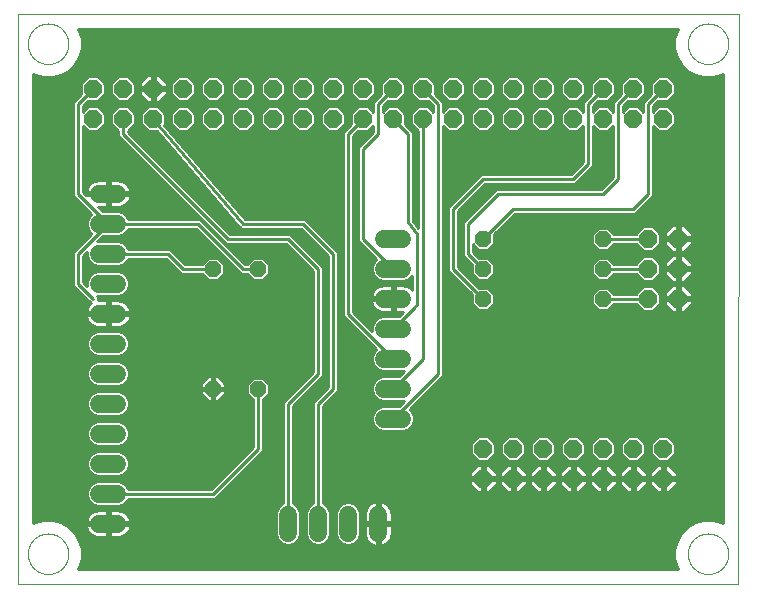
<source format=gtl>
G75*
%MOIN*%
%OFA0B0*%
%FSLAX25Y25*%
%IPPOS*%
%LPD*%
%AMOC8*
5,1,8,0,0,1.08239X$1,22.5*
%
%ADD10C,0.00000*%
%ADD11OC8,0.06000*%
%ADD12C,0.06000*%
%ADD13OC8,0.05200*%
%ADD14C,0.01000*%
D10*
X0001000Y0001000D02*
X0001000Y0190961D01*
X0241472Y0190961D01*
X0241000Y0001000D01*
X0001000Y0001000D01*
X0004250Y0011000D02*
X0004252Y0011166D01*
X0004258Y0011331D01*
X0004268Y0011497D01*
X0004283Y0011662D01*
X0004301Y0011826D01*
X0004323Y0011990D01*
X0004349Y0012154D01*
X0004380Y0012317D01*
X0004414Y0012479D01*
X0004452Y0012640D01*
X0004495Y0012800D01*
X0004541Y0012959D01*
X0004591Y0013117D01*
X0004645Y0013274D01*
X0004702Y0013429D01*
X0004764Y0013583D01*
X0004829Y0013735D01*
X0004898Y0013886D01*
X0004971Y0014035D01*
X0005047Y0014182D01*
X0005127Y0014327D01*
X0005210Y0014470D01*
X0005297Y0014611D01*
X0005388Y0014750D01*
X0005481Y0014887D01*
X0005578Y0015021D01*
X0005679Y0015153D01*
X0005782Y0015282D01*
X0005889Y0015409D01*
X0005999Y0015533D01*
X0006111Y0015654D01*
X0006227Y0015773D01*
X0006346Y0015889D01*
X0006467Y0016001D01*
X0006591Y0016111D01*
X0006718Y0016218D01*
X0006847Y0016321D01*
X0006979Y0016422D01*
X0007113Y0016519D01*
X0007250Y0016612D01*
X0007389Y0016703D01*
X0007530Y0016790D01*
X0007673Y0016873D01*
X0007818Y0016953D01*
X0007965Y0017029D01*
X0008114Y0017102D01*
X0008265Y0017171D01*
X0008417Y0017236D01*
X0008571Y0017298D01*
X0008726Y0017355D01*
X0008883Y0017409D01*
X0009041Y0017459D01*
X0009200Y0017505D01*
X0009360Y0017548D01*
X0009521Y0017586D01*
X0009683Y0017620D01*
X0009846Y0017651D01*
X0010010Y0017677D01*
X0010174Y0017699D01*
X0010338Y0017717D01*
X0010503Y0017732D01*
X0010669Y0017742D01*
X0010834Y0017748D01*
X0011000Y0017750D01*
X0011166Y0017748D01*
X0011331Y0017742D01*
X0011497Y0017732D01*
X0011662Y0017717D01*
X0011826Y0017699D01*
X0011990Y0017677D01*
X0012154Y0017651D01*
X0012317Y0017620D01*
X0012479Y0017586D01*
X0012640Y0017548D01*
X0012800Y0017505D01*
X0012959Y0017459D01*
X0013117Y0017409D01*
X0013274Y0017355D01*
X0013429Y0017298D01*
X0013583Y0017236D01*
X0013735Y0017171D01*
X0013886Y0017102D01*
X0014035Y0017029D01*
X0014182Y0016953D01*
X0014327Y0016873D01*
X0014470Y0016790D01*
X0014611Y0016703D01*
X0014750Y0016612D01*
X0014887Y0016519D01*
X0015021Y0016422D01*
X0015153Y0016321D01*
X0015282Y0016218D01*
X0015409Y0016111D01*
X0015533Y0016001D01*
X0015654Y0015889D01*
X0015773Y0015773D01*
X0015889Y0015654D01*
X0016001Y0015533D01*
X0016111Y0015409D01*
X0016218Y0015282D01*
X0016321Y0015153D01*
X0016422Y0015021D01*
X0016519Y0014887D01*
X0016612Y0014750D01*
X0016703Y0014611D01*
X0016790Y0014470D01*
X0016873Y0014327D01*
X0016953Y0014182D01*
X0017029Y0014035D01*
X0017102Y0013886D01*
X0017171Y0013735D01*
X0017236Y0013583D01*
X0017298Y0013429D01*
X0017355Y0013274D01*
X0017409Y0013117D01*
X0017459Y0012959D01*
X0017505Y0012800D01*
X0017548Y0012640D01*
X0017586Y0012479D01*
X0017620Y0012317D01*
X0017651Y0012154D01*
X0017677Y0011990D01*
X0017699Y0011826D01*
X0017717Y0011662D01*
X0017732Y0011497D01*
X0017742Y0011331D01*
X0017748Y0011166D01*
X0017750Y0011000D01*
X0017748Y0010834D01*
X0017742Y0010669D01*
X0017732Y0010503D01*
X0017717Y0010338D01*
X0017699Y0010174D01*
X0017677Y0010010D01*
X0017651Y0009846D01*
X0017620Y0009683D01*
X0017586Y0009521D01*
X0017548Y0009360D01*
X0017505Y0009200D01*
X0017459Y0009041D01*
X0017409Y0008883D01*
X0017355Y0008726D01*
X0017298Y0008571D01*
X0017236Y0008417D01*
X0017171Y0008265D01*
X0017102Y0008114D01*
X0017029Y0007965D01*
X0016953Y0007818D01*
X0016873Y0007673D01*
X0016790Y0007530D01*
X0016703Y0007389D01*
X0016612Y0007250D01*
X0016519Y0007113D01*
X0016422Y0006979D01*
X0016321Y0006847D01*
X0016218Y0006718D01*
X0016111Y0006591D01*
X0016001Y0006467D01*
X0015889Y0006346D01*
X0015773Y0006227D01*
X0015654Y0006111D01*
X0015533Y0005999D01*
X0015409Y0005889D01*
X0015282Y0005782D01*
X0015153Y0005679D01*
X0015021Y0005578D01*
X0014887Y0005481D01*
X0014750Y0005388D01*
X0014611Y0005297D01*
X0014470Y0005210D01*
X0014327Y0005127D01*
X0014182Y0005047D01*
X0014035Y0004971D01*
X0013886Y0004898D01*
X0013735Y0004829D01*
X0013583Y0004764D01*
X0013429Y0004702D01*
X0013274Y0004645D01*
X0013117Y0004591D01*
X0012959Y0004541D01*
X0012800Y0004495D01*
X0012640Y0004452D01*
X0012479Y0004414D01*
X0012317Y0004380D01*
X0012154Y0004349D01*
X0011990Y0004323D01*
X0011826Y0004301D01*
X0011662Y0004283D01*
X0011497Y0004268D01*
X0011331Y0004258D01*
X0011166Y0004252D01*
X0011000Y0004250D01*
X0010834Y0004252D01*
X0010669Y0004258D01*
X0010503Y0004268D01*
X0010338Y0004283D01*
X0010174Y0004301D01*
X0010010Y0004323D01*
X0009846Y0004349D01*
X0009683Y0004380D01*
X0009521Y0004414D01*
X0009360Y0004452D01*
X0009200Y0004495D01*
X0009041Y0004541D01*
X0008883Y0004591D01*
X0008726Y0004645D01*
X0008571Y0004702D01*
X0008417Y0004764D01*
X0008265Y0004829D01*
X0008114Y0004898D01*
X0007965Y0004971D01*
X0007818Y0005047D01*
X0007673Y0005127D01*
X0007530Y0005210D01*
X0007389Y0005297D01*
X0007250Y0005388D01*
X0007113Y0005481D01*
X0006979Y0005578D01*
X0006847Y0005679D01*
X0006718Y0005782D01*
X0006591Y0005889D01*
X0006467Y0005999D01*
X0006346Y0006111D01*
X0006227Y0006227D01*
X0006111Y0006346D01*
X0005999Y0006467D01*
X0005889Y0006591D01*
X0005782Y0006718D01*
X0005679Y0006847D01*
X0005578Y0006979D01*
X0005481Y0007113D01*
X0005388Y0007250D01*
X0005297Y0007389D01*
X0005210Y0007530D01*
X0005127Y0007673D01*
X0005047Y0007818D01*
X0004971Y0007965D01*
X0004898Y0008114D01*
X0004829Y0008265D01*
X0004764Y0008417D01*
X0004702Y0008571D01*
X0004645Y0008726D01*
X0004591Y0008883D01*
X0004541Y0009041D01*
X0004495Y0009200D01*
X0004452Y0009360D01*
X0004414Y0009521D01*
X0004380Y0009683D01*
X0004349Y0009846D01*
X0004323Y0010010D01*
X0004301Y0010174D01*
X0004283Y0010338D01*
X0004268Y0010503D01*
X0004258Y0010669D01*
X0004252Y0010834D01*
X0004250Y0011000D01*
X0004250Y0181000D02*
X0004252Y0181166D01*
X0004258Y0181331D01*
X0004268Y0181497D01*
X0004283Y0181662D01*
X0004301Y0181826D01*
X0004323Y0181990D01*
X0004349Y0182154D01*
X0004380Y0182317D01*
X0004414Y0182479D01*
X0004452Y0182640D01*
X0004495Y0182800D01*
X0004541Y0182959D01*
X0004591Y0183117D01*
X0004645Y0183274D01*
X0004702Y0183429D01*
X0004764Y0183583D01*
X0004829Y0183735D01*
X0004898Y0183886D01*
X0004971Y0184035D01*
X0005047Y0184182D01*
X0005127Y0184327D01*
X0005210Y0184470D01*
X0005297Y0184611D01*
X0005388Y0184750D01*
X0005481Y0184887D01*
X0005578Y0185021D01*
X0005679Y0185153D01*
X0005782Y0185282D01*
X0005889Y0185409D01*
X0005999Y0185533D01*
X0006111Y0185654D01*
X0006227Y0185773D01*
X0006346Y0185889D01*
X0006467Y0186001D01*
X0006591Y0186111D01*
X0006718Y0186218D01*
X0006847Y0186321D01*
X0006979Y0186422D01*
X0007113Y0186519D01*
X0007250Y0186612D01*
X0007389Y0186703D01*
X0007530Y0186790D01*
X0007673Y0186873D01*
X0007818Y0186953D01*
X0007965Y0187029D01*
X0008114Y0187102D01*
X0008265Y0187171D01*
X0008417Y0187236D01*
X0008571Y0187298D01*
X0008726Y0187355D01*
X0008883Y0187409D01*
X0009041Y0187459D01*
X0009200Y0187505D01*
X0009360Y0187548D01*
X0009521Y0187586D01*
X0009683Y0187620D01*
X0009846Y0187651D01*
X0010010Y0187677D01*
X0010174Y0187699D01*
X0010338Y0187717D01*
X0010503Y0187732D01*
X0010669Y0187742D01*
X0010834Y0187748D01*
X0011000Y0187750D01*
X0011166Y0187748D01*
X0011331Y0187742D01*
X0011497Y0187732D01*
X0011662Y0187717D01*
X0011826Y0187699D01*
X0011990Y0187677D01*
X0012154Y0187651D01*
X0012317Y0187620D01*
X0012479Y0187586D01*
X0012640Y0187548D01*
X0012800Y0187505D01*
X0012959Y0187459D01*
X0013117Y0187409D01*
X0013274Y0187355D01*
X0013429Y0187298D01*
X0013583Y0187236D01*
X0013735Y0187171D01*
X0013886Y0187102D01*
X0014035Y0187029D01*
X0014182Y0186953D01*
X0014327Y0186873D01*
X0014470Y0186790D01*
X0014611Y0186703D01*
X0014750Y0186612D01*
X0014887Y0186519D01*
X0015021Y0186422D01*
X0015153Y0186321D01*
X0015282Y0186218D01*
X0015409Y0186111D01*
X0015533Y0186001D01*
X0015654Y0185889D01*
X0015773Y0185773D01*
X0015889Y0185654D01*
X0016001Y0185533D01*
X0016111Y0185409D01*
X0016218Y0185282D01*
X0016321Y0185153D01*
X0016422Y0185021D01*
X0016519Y0184887D01*
X0016612Y0184750D01*
X0016703Y0184611D01*
X0016790Y0184470D01*
X0016873Y0184327D01*
X0016953Y0184182D01*
X0017029Y0184035D01*
X0017102Y0183886D01*
X0017171Y0183735D01*
X0017236Y0183583D01*
X0017298Y0183429D01*
X0017355Y0183274D01*
X0017409Y0183117D01*
X0017459Y0182959D01*
X0017505Y0182800D01*
X0017548Y0182640D01*
X0017586Y0182479D01*
X0017620Y0182317D01*
X0017651Y0182154D01*
X0017677Y0181990D01*
X0017699Y0181826D01*
X0017717Y0181662D01*
X0017732Y0181497D01*
X0017742Y0181331D01*
X0017748Y0181166D01*
X0017750Y0181000D01*
X0017748Y0180834D01*
X0017742Y0180669D01*
X0017732Y0180503D01*
X0017717Y0180338D01*
X0017699Y0180174D01*
X0017677Y0180010D01*
X0017651Y0179846D01*
X0017620Y0179683D01*
X0017586Y0179521D01*
X0017548Y0179360D01*
X0017505Y0179200D01*
X0017459Y0179041D01*
X0017409Y0178883D01*
X0017355Y0178726D01*
X0017298Y0178571D01*
X0017236Y0178417D01*
X0017171Y0178265D01*
X0017102Y0178114D01*
X0017029Y0177965D01*
X0016953Y0177818D01*
X0016873Y0177673D01*
X0016790Y0177530D01*
X0016703Y0177389D01*
X0016612Y0177250D01*
X0016519Y0177113D01*
X0016422Y0176979D01*
X0016321Y0176847D01*
X0016218Y0176718D01*
X0016111Y0176591D01*
X0016001Y0176467D01*
X0015889Y0176346D01*
X0015773Y0176227D01*
X0015654Y0176111D01*
X0015533Y0175999D01*
X0015409Y0175889D01*
X0015282Y0175782D01*
X0015153Y0175679D01*
X0015021Y0175578D01*
X0014887Y0175481D01*
X0014750Y0175388D01*
X0014611Y0175297D01*
X0014470Y0175210D01*
X0014327Y0175127D01*
X0014182Y0175047D01*
X0014035Y0174971D01*
X0013886Y0174898D01*
X0013735Y0174829D01*
X0013583Y0174764D01*
X0013429Y0174702D01*
X0013274Y0174645D01*
X0013117Y0174591D01*
X0012959Y0174541D01*
X0012800Y0174495D01*
X0012640Y0174452D01*
X0012479Y0174414D01*
X0012317Y0174380D01*
X0012154Y0174349D01*
X0011990Y0174323D01*
X0011826Y0174301D01*
X0011662Y0174283D01*
X0011497Y0174268D01*
X0011331Y0174258D01*
X0011166Y0174252D01*
X0011000Y0174250D01*
X0010834Y0174252D01*
X0010669Y0174258D01*
X0010503Y0174268D01*
X0010338Y0174283D01*
X0010174Y0174301D01*
X0010010Y0174323D01*
X0009846Y0174349D01*
X0009683Y0174380D01*
X0009521Y0174414D01*
X0009360Y0174452D01*
X0009200Y0174495D01*
X0009041Y0174541D01*
X0008883Y0174591D01*
X0008726Y0174645D01*
X0008571Y0174702D01*
X0008417Y0174764D01*
X0008265Y0174829D01*
X0008114Y0174898D01*
X0007965Y0174971D01*
X0007818Y0175047D01*
X0007673Y0175127D01*
X0007530Y0175210D01*
X0007389Y0175297D01*
X0007250Y0175388D01*
X0007113Y0175481D01*
X0006979Y0175578D01*
X0006847Y0175679D01*
X0006718Y0175782D01*
X0006591Y0175889D01*
X0006467Y0175999D01*
X0006346Y0176111D01*
X0006227Y0176227D01*
X0006111Y0176346D01*
X0005999Y0176467D01*
X0005889Y0176591D01*
X0005782Y0176718D01*
X0005679Y0176847D01*
X0005578Y0176979D01*
X0005481Y0177113D01*
X0005388Y0177250D01*
X0005297Y0177389D01*
X0005210Y0177530D01*
X0005127Y0177673D01*
X0005047Y0177818D01*
X0004971Y0177965D01*
X0004898Y0178114D01*
X0004829Y0178265D01*
X0004764Y0178417D01*
X0004702Y0178571D01*
X0004645Y0178726D01*
X0004591Y0178883D01*
X0004541Y0179041D01*
X0004495Y0179200D01*
X0004452Y0179360D01*
X0004414Y0179521D01*
X0004380Y0179683D01*
X0004349Y0179846D01*
X0004323Y0180010D01*
X0004301Y0180174D01*
X0004283Y0180338D01*
X0004268Y0180503D01*
X0004258Y0180669D01*
X0004252Y0180834D01*
X0004250Y0181000D01*
X0224250Y0181000D02*
X0224252Y0181166D01*
X0224258Y0181331D01*
X0224268Y0181497D01*
X0224283Y0181662D01*
X0224301Y0181826D01*
X0224323Y0181990D01*
X0224349Y0182154D01*
X0224380Y0182317D01*
X0224414Y0182479D01*
X0224452Y0182640D01*
X0224495Y0182800D01*
X0224541Y0182959D01*
X0224591Y0183117D01*
X0224645Y0183274D01*
X0224702Y0183429D01*
X0224764Y0183583D01*
X0224829Y0183735D01*
X0224898Y0183886D01*
X0224971Y0184035D01*
X0225047Y0184182D01*
X0225127Y0184327D01*
X0225210Y0184470D01*
X0225297Y0184611D01*
X0225388Y0184750D01*
X0225481Y0184887D01*
X0225578Y0185021D01*
X0225679Y0185153D01*
X0225782Y0185282D01*
X0225889Y0185409D01*
X0225999Y0185533D01*
X0226111Y0185654D01*
X0226227Y0185773D01*
X0226346Y0185889D01*
X0226467Y0186001D01*
X0226591Y0186111D01*
X0226718Y0186218D01*
X0226847Y0186321D01*
X0226979Y0186422D01*
X0227113Y0186519D01*
X0227250Y0186612D01*
X0227389Y0186703D01*
X0227530Y0186790D01*
X0227673Y0186873D01*
X0227818Y0186953D01*
X0227965Y0187029D01*
X0228114Y0187102D01*
X0228265Y0187171D01*
X0228417Y0187236D01*
X0228571Y0187298D01*
X0228726Y0187355D01*
X0228883Y0187409D01*
X0229041Y0187459D01*
X0229200Y0187505D01*
X0229360Y0187548D01*
X0229521Y0187586D01*
X0229683Y0187620D01*
X0229846Y0187651D01*
X0230010Y0187677D01*
X0230174Y0187699D01*
X0230338Y0187717D01*
X0230503Y0187732D01*
X0230669Y0187742D01*
X0230834Y0187748D01*
X0231000Y0187750D01*
X0231166Y0187748D01*
X0231331Y0187742D01*
X0231497Y0187732D01*
X0231662Y0187717D01*
X0231826Y0187699D01*
X0231990Y0187677D01*
X0232154Y0187651D01*
X0232317Y0187620D01*
X0232479Y0187586D01*
X0232640Y0187548D01*
X0232800Y0187505D01*
X0232959Y0187459D01*
X0233117Y0187409D01*
X0233274Y0187355D01*
X0233429Y0187298D01*
X0233583Y0187236D01*
X0233735Y0187171D01*
X0233886Y0187102D01*
X0234035Y0187029D01*
X0234182Y0186953D01*
X0234327Y0186873D01*
X0234470Y0186790D01*
X0234611Y0186703D01*
X0234750Y0186612D01*
X0234887Y0186519D01*
X0235021Y0186422D01*
X0235153Y0186321D01*
X0235282Y0186218D01*
X0235409Y0186111D01*
X0235533Y0186001D01*
X0235654Y0185889D01*
X0235773Y0185773D01*
X0235889Y0185654D01*
X0236001Y0185533D01*
X0236111Y0185409D01*
X0236218Y0185282D01*
X0236321Y0185153D01*
X0236422Y0185021D01*
X0236519Y0184887D01*
X0236612Y0184750D01*
X0236703Y0184611D01*
X0236790Y0184470D01*
X0236873Y0184327D01*
X0236953Y0184182D01*
X0237029Y0184035D01*
X0237102Y0183886D01*
X0237171Y0183735D01*
X0237236Y0183583D01*
X0237298Y0183429D01*
X0237355Y0183274D01*
X0237409Y0183117D01*
X0237459Y0182959D01*
X0237505Y0182800D01*
X0237548Y0182640D01*
X0237586Y0182479D01*
X0237620Y0182317D01*
X0237651Y0182154D01*
X0237677Y0181990D01*
X0237699Y0181826D01*
X0237717Y0181662D01*
X0237732Y0181497D01*
X0237742Y0181331D01*
X0237748Y0181166D01*
X0237750Y0181000D01*
X0237748Y0180834D01*
X0237742Y0180669D01*
X0237732Y0180503D01*
X0237717Y0180338D01*
X0237699Y0180174D01*
X0237677Y0180010D01*
X0237651Y0179846D01*
X0237620Y0179683D01*
X0237586Y0179521D01*
X0237548Y0179360D01*
X0237505Y0179200D01*
X0237459Y0179041D01*
X0237409Y0178883D01*
X0237355Y0178726D01*
X0237298Y0178571D01*
X0237236Y0178417D01*
X0237171Y0178265D01*
X0237102Y0178114D01*
X0237029Y0177965D01*
X0236953Y0177818D01*
X0236873Y0177673D01*
X0236790Y0177530D01*
X0236703Y0177389D01*
X0236612Y0177250D01*
X0236519Y0177113D01*
X0236422Y0176979D01*
X0236321Y0176847D01*
X0236218Y0176718D01*
X0236111Y0176591D01*
X0236001Y0176467D01*
X0235889Y0176346D01*
X0235773Y0176227D01*
X0235654Y0176111D01*
X0235533Y0175999D01*
X0235409Y0175889D01*
X0235282Y0175782D01*
X0235153Y0175679D01*
X0235021Y0175578D01*
X0234887Y0175481D01*
X0234750Y0175388D01*
X0234611Y0175297D01*
X0234470Y0175210D01*
X0234327Y0175127D01*
X0234182Y0175047D01*
X0234035Y0174971D01*
X0233886Y0174898D01*
X0233735Y0174829D01*
X0233583Y0174764D01*
X0233429Y0174702D01*
X0233274Y0174645D01*
X0233117Y0174591D01*
X0232959Y0174541D01*
X0232800Y0174495D01*
X0232640Y0174452D01*
X0232479Y0174414D01*
X0232317Y0174380D01*
X0232154Y0174349D01*
X0231990Y0174323D01*
X0231826Y0174301D01*
X0231662Y0174283D01*
X0231497Y0174268D01*
X0231331Y0174258D01*
X0231166Y0174252D01*
X0231000Y0174250D01*
X0230834Y0174252D01*
X0230669Y0174258D01*
X0230503Y0174268D01*
X0230338Y0174283D01*
X0230174Y0174301D01*
X0230010Y0174323D01*
X0229846Y0174349D01*
X0229683Y0174380D01*
X0229521Y0174414D01*
X0229360Y0174452D01*
X0229200Y0174495D01*
X0229041Y0174541D01*
X0228883Y0174591D01*
X0228726Y0174645D01*
X0228571Y0174702D01*
X0228417Y0174764D01*
X0228265Y0174829D01*
X0228114Y0174898D01*
X0227965Y0174971D01*
X0227818Y0175047D01*
X0227673Y0175127D01*
X0227530Y0175210D01*
X0227389Y0175297D01*
X0227250Y0175388D01*
X0227113Y0175481D01*
X0226979Y0175578D01*
X0226847Y0175679D01*
X0226718Y0175782D01*
X0226591Y0175889D01*
X0226467Y0175999D01*
X0226346Y0176111D01*
X0226227Y0176227D01*
X0226111Y0176346D01*
X0225999Y0176467D01*
X0225889Y0176591D01*
X0225782Y0176718D01*
X0225679Y0176847D01*
X0225578Y0176979D01*
X0225481Y0177113D01*
X0225388Y0177250D01*
X0225297Y0177389D01*
X0225210Y0177530D01*
X0225127Y0177673D01*
X0225047Y0177818D01*
X0224971Y0177965D01*
X0224898Y0178114D01*
X0224829Y0178265D01*
X0224764Y0178417D01*
X0224702Y0178571D01*
X0224645Y0178726D01*
X0224591Y0178883D01*
X0224541Y0179041D01*
X0224495Y0179200D01*
X0224452Y0179360D01*
X0224414Y0179521D01*
X0224380Y0179683D01*
X0224349Y0179846D01*
X0224323Y0180010D01*
X0224301Y0180174D01*
X0224283Y0180338D01*
X0224268Y0180503D01*
X0224258Y0180669D01*
X0224252Y0180834D01*
X0224250Y0181000D01*
X0224250Y0011000D02*
X0224252Y0011166D01*
X0224258Y0011331D01*
X0224268Y0011497D01*
X0224283Y0011662D01*
X0224301Y0011826D01*
X0224323Y0011990D01*
X0224349Y0012154D01*
X0224380Y0012317D01*
X0224414Y0012479D01*
X0224452Y0012640D01*
X0224495Y0012800D01*
X0224541Y0012959D01*
X0224591Y0013117D01*
X0224645Y0013274D01*
X0224702Y0013429D01*
X0224764Y0013583D01*
X0224829Y0013735D01*
X0224898Y0013886D01*
X0224971Y0014035D01*
X0225047Y0014182D01*
X0225127Y0014327D01*
X0225210Y0014470D01*
X0225297Y0014611D01*
X0225388Y0014750D01*
X0225481Y0014887D01*
X0225578Y0015021D01*
X0225679Y0015153D01*
X0225782Y0015282D01*
X0225889Y0015409D01*
X0225999Y0015533D01*
X0226111Y0015654D01*
X0226227Y0015773D01*
X0226346Y0015889D01*
X0226467Y0016001D01*
X0226591Y0016111D01*
X0226718Y0016218D01*
X0226847Y0016321D01*
X0226979Y0016422D01*
X0227113Y0016519D01*
X0227250Y0016612D01*
X0227389Y0016703D01*
X0227530Y0016790D01*
X0227673Y0016873D01*
X0227818Y0016953D01*
X0227965Y0017029D01*
X0228114Y0017102D01*
X0228265Y0017171D01*
X0228417Y0017236D01*
X0228571Y0017298D01*
X0228726Y0017355D01*
X0228883Y0017409D01*
X0229041Y0017459D01*
X0229200Y0017505D01*
X0229360Y0017548D01*
X0229521Y0017586D01*
X0229683Y0017620D01*
X0229846Y0017651D01*
X0230010Y0017677D01*
X0230174Y0017699D01*
X0230338Y0017717D01*
X0230503Y0017732D01*
X0230669Y0017742D01*
X0230834Y0017748D01*
X0231000Y0017750D01*
X0231166Y0017748D01*
X0231331Y0017742D01*
X0231497Y0017732D01*
X0231662Y0017717D01*
X0231826Y0017699D01*
X0231990Y0017677D01*
X0232154Y0017651D01*
X0232317Y0017620D01*
X0232479Y0017586D01*
X0232640Y0017548D01*
X0232800Y0017505D01*
X0232959Y0017459D01*
X0233117Y0017409D01*
X0233274Y0017355D01*
X0233429Y0017298D01*
X0233583Y0017236D01*
X0233735Y0017171D01*
X0233886Y0017102D01*
X0234035Y0017029D01*
X0234182Y0016953D01*
X0234327Y0016873D01*
X0234470Y0016790D01*
X0234611Y0016703D01*
X0234750Y0016612D01*
X0234887Y0016519D01*
X0235021Y0016422D01*
X0235153Y0016321D01*
X0235282Y0016218D01*
X0235409Y0016111D01*
X0235533Y0016001D01*
X0235654Y0015889D01*
X0235773Y0015773D01*
X0235889Y0015654D01*
X0236001Y0015533D01*
X0236111Y0015409D01*
X0236218Y0015282D01*
X0236321Y0015153D01*
X0236422Y0015021D01*
X0236519Y0014887D01*
X0236612Y0014750D01*
X0236703Y0014611D01*
X0236790Y0014470D01*
X0236873Y0014327D01*
X0236953Y0014182D01*
X0237029Y0014035D01*
X0237102Y0013886D01*
X0237171Y0013735D01*
X0237236Y0013583D01*
X0237298Y0013429D01*
X0237355Y0013274D01*
X0237409Y0013117D01*
X0237459Y0012959D01*
X0237505Y0012800D01*
X0237548Y0012640D01*
X0237586Y0012479D01*
X0237620Y0012317D01*
X0237651Y0012154D01*
X0237677Y0011990D01*
X0237699Y0011826D01*
X0237717Y0011662D01*
X0237732Y0011497D01*
X0237742Y0011331D01*
X0237748Y0011166D01*
X0237750Y0011000D01*
X0237748Y0010834D01*
X0237742Y0010669D01*
X0237732Y0010503D01*
X0237717Y0010338D01*
X0237699Y0010174D01*
X0237677Y0010010D01*
X0237651Y0009846D01*
X0237620Y0009683D01*
X0237586Y0009521D01*
X0237548Y0009360D01*
X0237505Y0009200D01*
X0237459Y0009041D01*
X0237409Y0008883D01*
X0237355Y0008726D01*
X0237298Y0008571D01*
X0237236Y0008417D01*
X0237171Y0008265D01*
X0237102Y0008114D01*
X0237029Y0007965D01*
X0236953Y0007818D01*
X0236873Y0007673D01*
X0236790Y0007530D01*
X0236703Y0007389D01*
X0236612Y0007250D01*
X0236519Y0007113D01*
X0236422Y0006979D01*
X0236321Y0006847D01*
X0236218Y0006718D01*
X0236111Y0006591D01*
X0236001Y0006467D01*
X0235889Y0006346D01*
X0235773Y0006227D01*
X0235654Y0006111D01*
X0235533Y0005999D01*
X0235409Y0005889D01*
X0235282Y0005782D01*
X0235153Y0005679D01*
X0235021Y0005578D01*
X0234887Y0005481D01*
X0234750Y0005388D01*
X0234611Y0005297D01*
X0234470Y0005210D01*
X0234327Y0005127D01*
X0234182Y0005047D01*
X0234035Y0004971D01*
X0233886Y0004898D01*
X0233735Y0004829D01*
X0233583Y0004764D01*
X0233429Y0004702D01*
X0233274Y0004645D01*
X0233117Y0004591D01*
X0232959Y0004541D01*
X0232800Y0004495D01*
X0232640Y0004452D01*
X0232479Y0004414D01*
X0232317Y0004380D01*
X0232154Y0004349D01*
X0231990Y0004323D01*
X0231826Y0004301D01*
X0231662Y0004283D01*
X0231497Y0004268D01*
X0231331Y0004258D01*
X0231166Y0004252D01*
X0231000Y0004250D01*
X0230834Y0004252D01*
X0230669Y0004258D01*
X0230503Y0004268D01*
X0230338Y0004283D01*
X0230174Y0004301D01*
X0230010Y0004323D01*
X0229846Y0004349D01*
X0229683Y0004380D01*
X0229521Y0004414D01*
X0229360Y0004452D01*
X0229200Y0004495D01*
X0229041Y0004541D01*
X0228883Y0004591D01*
X0228726Y0004645D01*
X0228571Y0004702D01*
X0228417Y0004764D01*
X0228265Y0004829D01*
X0228114Y0004898D01*
X0227965Y0004971D01*
X0227818Y0005047D01*
X0227673Y0005127D01*
X0227530Y0005210D01*
X0227389Y0005297D01*
X0227250Y0005388D01*
X0227113Y0005481D01*
X0226979Y0005578D01*
X0226847Y0005679D01*
X0226718Y0005782D01*
X0226591Y0005889D01*
X0226467Y0005999D01*
X0226346Y0006111D01*
X0226227Y0006227D01*
X0226111Y0006346D01*
X0225999Y0006467D01*
X0225889Y0006591D01*
X0225782Y0006718D01*
X0225679Y0006847D01*
X0225578Y0006979D01*
X0225481Y0007113D01*
X0225388Y0007250D01*
X0225297Y0007389D01*
X0225210Y0007530D01*
X0225127Y0007673D01*
X0225047Y0007818D01*
X0224971Y0007965D01*
X0224898Y0008114D01*
X0224829Y0008265D01*
X0224764Y0008417D01*
X0224702Y0008571D01*
X0224645Y0008726D01*
X0224591Y0008883D01*
X0224541Y0009041D01*
X0224495Y0009200D01*
X0224452Y0009360D01*
X0224414Y0009521D01*
X0224380Y0009683D01*
X0224349Y0009846D01*
X0224323Y0010010D01*
X0224301Y0010174D01*
X0224283Y0010338D01*
X0224268Y0010503D01*
X0224258Y0010669D01*
X0224252Y0010834D01*
X0224250Y0011000D01*
D11*
X0216000Y0036000D03*
X0216000Y0046000D03*
X0206000Y0046000D03*
X0196000Y0046000D03*
X0186000Y0046000D03*
X0176000Y0046000D03*
X0166000Y0046000D03*
X0156000Y0046000D03*
X0156000Y0036000D03*
X0166000Y0036000D03*
X0176000Y0036000D03*
X0186000Y0036000D03*
X0196000Y0036000D03*
X0206000Y0036000D03*
X0211000Y0096000D03*
X0221000Y0096000D03*
X0221000Y0106000D03*
X0211000Y0106000D03*
X0211000Y0116000D03*
X0221000Y0116000D03*
X0216000Y0156000D03*
X0216000Y0166000D03*
X0206000Y0166000D03*
X0196000Y0166000D03*
X0186000Y0166000D03*
X0176000Y0166000D03*
X0166000Y0166000D03*
X0156000Y0166000D03*
X0146000Y0166000D03*
X0136000Y0166000D03*
X0136000Y0156000D03*
X0146000Y0156000D03*
X0156000Y0156000D03*
X0166000Y0156000D03*
X0176000Y0156000D03*
X0186000Y0156000D03*
X0196000Y0156000D03*
X0206000Y0156000D03*
X0126000Y0156000D03*
X0116000Y0156000D03*
X0106000Y0156000D03*
X0096000Y0156000D03*
X0086000Y0156000D03*
X0076000Y0156000D03*
X0066000Y0156000D03*
X0056000Y0156000D03*
X0056000Y0166000D03*
X0066000Y0166000D03*
X0076000Y0166000D03*
X0086000Y0166000D03*
X0096000Y0166000D03*
X0106000Y0166000D03*
X0116000Y0166000D03*
X0126000Y0166000D03*
X0046000Y0166000D03*
X0036000Y0166000D03*
X0026000Y0166000D03*
X0026000Y0156000D03*
X0036000Y0156000D03*
X0046000Y0156000D03*
D12*
X0034000Y0131000D02*
X0028000Y0131000D01*
X0028000Y0121000D02*
X0034000Y0121000D01*
X0034000Y0111000D02*
X0028000Y0111000D01*
X0028000Y0101000D02*
X0034000Y0101000D01*
X0034000Y0091000D02*
X0028000Y0091000D01*
X0028000Y0081000D02*
X0034000Y0081000D01*
X0034000Y0071000D02*
X0028000Y0071000D01*
X0028000Y0061000D02*
X0034000Y0061000D01*
X0034000Y0051000D02*
X0028000Y0051000D01*
X0028000Y0041000D02*
X0034000Y0041000D01*
X0034000Y0031000D02*
X0028000Y0031000D01*
X0028000Y0021000D02*
X0034000Y0021000D01*
X0091000Y0018000D02*
X0091000Y0024000D01*
X0101000Y0024000D02*
X0101000Y0018000D01*
X0111000Y0018000D02*
X0111000Y0024000D01*
X0121000Y0024000D02*
X0121000Y0018000D01*
X0123000Y0056000D02*
X0129000Y0056000D01*
X0129000Y0066000D02*
X0123000Y0066000D01*
X0123000Y0076000D02*
X0129000Y0076000D01*
X0129000Y0086000D02*
X0123000Y0086000D01*
X0123000Y0096000D02*
X0129000Y0096000D01*
X0129000Y0106000D02*
X0123000Y0106000D01*
X0123000Y0116000D02*
X0129000Y0116000D01*
D13*
X0156000Y0116000D03*
X0156000Y0106000D03*
X0156000Y0096000D03*
X0196000Y0096000D03*
X0196000Y0106000D03*
X0196000Y0116000D03*
X0081000Y0106000D03*
X0066000Y0106000D03*
X0066000Y0066000D03*
X0081000Y0066000D03*
D14*
X0081000Y0046000D01*
X0066000Y0031000D01*
X0031000Y0031000D01*
X0034816Y0035100D02*
X0027184Y0035100D01*
X0025678Y0034476D01*
X0024524Y0033322D01*
X0023900Y0031816D01*
X0023900Y0030184D01*
X0024524Y0028678D01*
X0025678Y0027524D01*
X0027184Y0026900D01*
X0034816Y0026900D01*
X0036322Y0027524D01*
X0037476Y0028678D01*
X0037775Y0029400D01*
X0066663Y0029400D01*
X0067600Y0030337D01*
X0081663Y0044400D01*
X0082600Y0045337D01*
X0082600Y0062367D01*
X0084700Y0064467D01*
X0084700Y0067533D01*
X0082533Y0069700D01*
X0079467Y0069700D01*
X0077300Y0067533D01*
X0077300Y0064467D01*
X0079400Y0062367D01*
X0079400Y0046663D01*
X0065337Y0032600D01*
X0037775Y0032600D01*
X0037476Y0033322D01*
X0036322Y0034476D01*
X0034816Y0035100D01*
X0035664Y0034748D02*
X0067486Y0034748D01*
X0066487Y0033750D02*
X0037048Y0033750D01*
X0037712Y0032751D02*
X0065489Y0032751D01*
X0068017Y0030754D02*
X0089400Y0030754D01*
X0089400Y0029756D02*
X0067019Y0029756D01*
X0069016Y0031753D02*
X0089400Y0031753D01*
X0089400Y0032751D02*
X0070014Y0032751D01*
X0071013Y0033750D02*
X0089400Y0033750D01*
X0089400Y0034748D02*
X0072011Y0034748D01*
X0073010Y0035747D02*
X0089400Y0035747D01*
X0089400Y0036745D02*
X0074008Y0036745D01*
X0075007Y0037744D02*
X0089400Y0037744D01*
X0089400Y0038742D02*
X0076005Y0038742D01*
X0077004Y0039741D02*
X0089400Y0039741D01*
X0089400Y0040739D02*
X0078002Y0040739D01*
X0079001Y0041738D02*
X0089400Y0041738D01*
X0089400Y0042737D02*
X0079999Y0042737D01*
X0080998Y0043735D02*
X0089400Y0043735D01*
X0089400Y0044734D02*
X0081996Y0044734D01*
X0082600Y0045732D02*
X0089400Y0045732D01*
X0089400Y0046731D02*
X0082600Y0046731D01*
X0082600Y0047729D02*
X0089400Y0047729D01*
X0089400Y0048728D02*
X0082600Y0048728D01*
X0082600Y0049726D02*
X0089400Y0049726D01*
X0089400Y0050725D02*
X0082600Y0050725D01*
X0082600Y0051723D02*
X0089400Y0051723D01*
X0089400Y0052722D02*
X0082600Y0052722D01*
X0082600Y0053720D02*
X0089400Y0053720D01*
X0089400Y0054719D02*
X0082600Y0054719D01*
X0082600Y0055717D02*
X0089400Y0055717D01*
X0089400Y0056716D02*
X0082600Y0056716D01*
X0082600Y0057714D02*
X0089400Y0057714D01*
X0089400Y0058713D02*
X0082600Y0058713D01*
X0082600Y0059711D02*
X0089400Y0059711D01*
X0089400Y0060710D02*
X0082600Y0060710D01*
X0082600Y0061708D02*
X0089445Y0061708D01*
X0089400Y0061663D02*
X0089400Y0027775D01*
X0088678Y0027476D01*
X0087524Y0026322D01*
X0086900Y0024816D01*
X0086900Y0017184D01*
X0087524Y0015678D01*
X0088678Y0014524D01*
X0090184Y0013900D01*
X0091816Y0013900D01*
X0093322Y0014524D01*
X0094476Y0015678D01*
X0095100Y0017184D01*
X0095100Y0024816D01*
X0094476Y0026322D01*
X0093322Y0027476D01*
X0092600Y0027775D01*
X0092600Y0060337D01*
X0101663Y0069400D01*
X0102600Y0070337D01*
X0102600Y0106663D01*
X0092600Y0116663D01*
X0091663Y0117600D01*
X0071663Y0117600D01*
X0037600Y0151663D01*
X0037600Y0151900D01*
X0037698Y0151900D01*
X0040100Y0154302D01*
X0040100Y0157698D01*
X0037698Y0160100D01*
X0034302Y0160100D01*
X0031900Y0157698D01*
X0031900Y0154302D01*
X0034302Y0151900D01*
X0034400Y0151900D01*
X0034400Y0150337D01*
X0035337Y0149400D01*
X0070337Y0114400D01*
X0090337Y0114400D01*
X0099400Y0105337D01*
X0099400Y0071663D01*
X0089400Y0061663D01*
X0090444Y0062707D02*
X0082939Y0062707D01*
X0083938Y0063705D02*
X0091443Y0063705D01*
X0092441Y0064704D02*
X0084700Y0064704D01*
X0084700Y0065702D02*
X0093440Y0065702D01*
X0094438Y0066701D02*
X0084700Y0066701D01*
X0084533Y0067699D02*
X0095437Y0067699D01*
X0096435Y0068698D02*
X0083535Y0068698D01*
X0082536Y0069696D02*
X0097434Y0069696D01*
X0098432Y0070695D02*
X0038100Y0070695D01*
X0038100Y0070184D02*
X0038100Y0071816D01*
X0037476Y0073322D01*
X0036322Y0074476D01*
X0034816Y0075100D01*
X0027184Y0075100D01*
X0025678Y0074476D01*
X0024524Y0073322D01*
X0023900Y0071816D01*
X0023900Y0070184D01*
X0024524Y0068678D01*
X0025678Y0067524D01*
X0027184Y0066900D01*
X0034816Y0066900D01*
X0036322Y0067524D01*
X0037476Y0068678D01*
X0038100Y0070184D01*
X0037898Y0069696D02*
X0063898Y0069696D01*
X0064302Y0070100D02*
X0061900Y0067698D01*
X0061900Y0066300D01*
X0065700Y0066300D01*
X0065700Y0070100D01*
X0064302Y0070100D01*
X0065700Y0069696D02*
X0066300Y0069696D01*
X0066300Y0070100D02*
X0066300Y0066300D01*
X0065700Y0066300D01*
X0065700Y0065700D01*
X0061900Y0065700D01*
X0061900Y0064302D01*
X0064302Y0061900D01*
X0065700Y0061900D01*
X0065700Y0065700D01*
X0066300Y0065700D01*
X0066300Y0066300D01*
X0070100Y0066300D01*
X0070100Y0067698D01*
X0067698Y0070100D01*
X0066300Y0070100D01*
X0066300Y0068698D02*
X0065700Y0068698D01*
X0065700Y0067699D02*
X0066300Y0067699D01*
X0066300Y0066701D02*
X0065700Y0066701D01*
X0065700Y0065702D02*
X0006000Y0065702D01*
X0006000Y0064704D02*
X0026228Y0064704D01*
X0025678Y0064476D02*
X0024524Y0063322D01*
X0023900Y0061816D01*
X0023900Y0060184D01*
X0024524Y0058678D01*
X0025678Y0057524D01*
X0027184Y0056900D01*
X0034816Y0056900D01*
X0036322Y0057524D01*
X0037476Y0058678D01*
X0038100Y0060184D01*
X0038100Y0061816D01*
X0037476Y0063322D01*
X0036322Y0064476D01*
X0034816Y0065100D01*
X0027184Y0065100D01*
X0025678Y0064476D01*
X0024907Y0063705D02*
X0006000Y0063705D01*
X0006000Y0062707D02*
X0024269Y0062707D01*
X0023900Y0061708D02*
X0006000Y0061708D01*
X0006000Y0060710D02*
X0023900Y0060710D01*
X0024096Y0059711D02*
X0006000Y0059711D01*
X0006000Y0058713D02*
X0024510Y0058713D01*
X0025488Y0057714D02*
X0006000Y0057714D01*
X0006000Y0056716D02*
X0079400Y0056716D01*
X0079400Y0057714D02*
X0036512Y0057714D01*
X0037490Y0058713D02*
X0079400Y0058713D01*
X0079400Y0059711D02*
X0037904Y0059711D01*
X0038100Y0060710D02*
X0079400Y0060710D01*
X0079400Y0061708D02*
X0038100Y0061708D01*
X0037731Y0062707D02*
X0063495Y0062707D01*
X0062496Y0063705D02*
X0037093Y0063705D01*
X0035772Y0064704D02*
X0061900Y0064704D01*
X0061900Y0066701D02*
X0006000Y0066701D01*
X0006000Y0067699D02*
X0025502Y0067699D01*
X0024516Y0068698D02*
X0006000Y0068698D01*
X0006000Y0069696D02*
X0024102Y0069696D01*
X0023900Y0070695D02*
X0006000Y0070695D01*
X0006000Y0071693D02*
X0023900Y0071693D01*
X0024263Y0072692D02*
X0006000Y0072692D01*
X0006000Y0073690D02*
X0024892Y0073690D01*
X0026192Y0074689D02*
X0006000Y0074689D01*
X0006000Y0075687D02*
X0099400Y0075687D01*
X0099400Y0074689D02*
X0035808Y0074689D01*
X0037108Y0073690D02*
X0099400Y0073690D01*
X0099400Y0072692D02*
X0037737Y0072692D01*
X0038100Y0071693D02*
X0099400Y0071693D01*
X0101000Y0071000D02*
X0101000Y0106000D01*
X0091000Y0116000D01*
X0071000Y0116000D01*
X0036000Y0151000D01*
X0036000Y0156000D01*
X0031900Y0155568D02*
X0030100Y0155568D01*
X0030100Y0154570D02*
X0031900Y0154570D01*
X0032630Y0153571D02*
X0029370Y0153571D01*
X0030100Y0154302D02*
X0030100Y0157698D01*
X0027698Y0160100D01*
X0024302Y0160100D01*
X0022600Y0158398D01*
X0022600Y0160337D01*
X0024232Y0161970D01*
X0024302Y0161900D01*
X0027698Y0161900D01*
X0030100Y0164302D01*
X0030100Y0167698D01*
X0027698Y0170100D01*
X0024302Y0170100D01*
X0021900Y0167698D01*
X0021900Y0164302D01*
X0021970Y0164232D01*
X0019400Y0161663D01*
X0019400Y0130337D01*
X0020337Y0129400D01*
X0025470Y0124268D01*
X0024524Y0123322D01*
X0023900Y0121816D01*
X0023900Y0120184D01*
X0024524Y0118678D01*
X0025470Y0117732D01*
X0020337Y0112600D01*
X0019400Y0111663D01*
X0019400Y0100337D01*
X0025205Y0094532D01*
X0025068Y0094432D01*
X0024568Y0093932D01*
X0024151Y0093359D01*
X0023830Y0092727D01*
X0023611Y0092054D01*
X0023523Y0091500D01*
X0030500Y0091500D01*
X0030500Y0095500D01*
X0027646Y0095500D01*
X0027600Y0095493D01*
X0027600Y0096663D01*
X0027363Y0096900D01*
X0034816Y0096900D01*
X0036322Y0097524D01*
X0037476Y0098678D01*
X0038100Y0100184D01*
X0038100Y0101816D01*
X0037476Y0103322D01*
X0036322Y0104476D01*
X0034816Y0105100D01*
X0027184Y0105100D01*
X0025678Y0104476D01*
X0024524Y0103322D01*
X0023900Y0101816D01*
X0023900Y0100363D01*
X0022600Y0101663D01*
X0022600Y0110337D01*
X0023900Y0111637D01*
X0023900Y0110184D01*
X0024524Y0108678D01*
X0025678Y0107524D01*
X0027184Y0106900D01*
X0034816Y0106900D01*
X0036322Y0107524D01*
X0037476Y0108678D01*
X0037775Y0109400D01*
X0050337Y0109400D01*
X0055337Y0104400D01*
X0062367Y0104400D01*
X0064467Y0102300D01*
X0067533Y0102300D01*
X0069700Y0104467D01*
X0069700Y0107533D01*
X0067533Y0109700D01*
X0064467Y0109700D01*
X0062367Y0107600D01*
X0056663Y0107600D01*
X0052600Y0111663D01*
X0051663Y0112600D01*
X0037775Y0112600D01*
X0037476Y0113322D01*
X0036322Y0114476D01*
X0034816Y0115100D01*
X0027363Y0115100D01*
X0029163Y0116900D01*
X0034816Y0116900D01*
X0036322Y0117524D01*
X0037476Y0118678D01*
X0037775Y0119400D01*
X0060337Y0119400D01*
X0075337Y0104400D01*
X0077367Y0104400D01*
X0079467Y0102300D01*
X0082533Y0102300D01*
X0084700Y0104467D01*
X0084700Y0107533D01*
X0082533Y0109700D01*
X0079467Y0109700D01*
X0077367Y0107600D01*
X0076663Y0107600D01*
X0062600Y0121663D01*
X0061663Y0122600D01*
X0037775Y0122600D01*
X0037476Y0123322D01*
X0036322Y0124476D01*
X0034816Y0125100D01*
X0029163Y0125100D01*
X0027763Y0126500D01*
X0030500Y0126500D01*
X0030500Y0130500D01*
X0023763Y0130500D01*
X0022600Y0131663D01*
X0022600Y0153602D01*
X0024302Y0151900D01*
X0027698Y0151900D01*
X0030100Y0154302D01*
X0030100Y0156567D02*
X0031900Y0156567D01*
X0031900Y0157565D02*
X0030100Y0157565D01*
X0029234Y0158564D02*
X0032766Y0158564D01*
X0033764Y0159562D02*
X0028236Y0159562D01*
X0028356Y0162558D02*
X0033644Y0162558D01*
X0034302Y0161900D02*
X0031900Y0164302D01*
X0031900Y0167698D01*
X0034302Y0170100D01*
X0037698Y0170100D01*
X0040100Y0167698D01*
X0040100Y0164302D01*
X0037698Y0161900D01*
X0034302Y0161900D01*
X0032645Y0163556D02*
X0029355Y0163556D01*
X0030100Y0164555D02*
X0031900Y0164555D01*
X0031900Y0165553D02*
X0030100Y0165553D01*
X0030100Y0166552D02*
X0031900Y0166552D01*
X0031900Y0167550D02*
X0030100Y0167550D01*
X0029249Y0168549D02*
X0032751Y0168549D01*
X0033749Y0169547D02*
X0028251Y0169547D01*
X0026000Y0166000D02*
X0021000Y0161000D01*
X0021000Y0131000D01*
X0031000Y0121000D01*
X0061000Y0121000D01*
X0076000Y0106000D01*
X0081000Y0106000D01*
X0078406Y0108638D02*
X0075624Y0108638D01*
X0074626Y0109637D02*
X0079404Y0109637D01*
X0077407Y0107640D02*
X0076623Y0107640D01*
X0074095Y0105643D02*
X0069700Y0105643D01*
X0069700Y0106641D02*
X0073096Y0106641D01*
X0072098Y0107640D02*
X0069593Y0107640D01*
X0068594Y0108638D02*
X0071099Y0108638D01*
X0070100Y0109637D02*
X0067596Y0109637D01*
X0069102Y0110635D02*
X0053627Y0110635D01*
X0052629Y0111634D02*
X0068103Y0111634D01*
X0067105Y0112632D02*
X0037762Y0112632D01*
X0037167Y0113631D02*
X0066106Y0113631D01*
X0065108Y0114629D02*
X0035952Y0114629D01*
X0036423Y0117625D02*
X0062112Y0117625D01*
X0061114Y0118623D02*
X0037422Y0118623D01*
X0037768Y0122617D02*
X0062120Y0122617D01*
X0062644Y0121619D02*
X0063118Y0121619D01*
X0063642Y0120620D02*
X0064117Y0120620D01*
X0064641Y0119622D02*
X0065115Y0119622D01*
X0065639Y0118623D02*
X0066114Y0118623D01*
X0066638Y0117625D02*
X0067112Y0117625D01*
X0067636Y0116626D02*
X0068111Y0116626D01*
X0068635Y0115628D02*
X0069109Y0115628D01*
X0069633Y0114629D02*
X0070108Y0114629D01*
X0070632Y0113631D02*
X0091106Y0113631D01*
X0092105Y0112632D02*
X0071630Y0112632D01*
X0072629Y0111634D02*
X0093103Y0111634D01*
X0094102Y0110635D02*
X0073627Y0110635D01*
X0075093Y0104644D02*
X0069700Y0104644D01*
X0068878Y0103646D02*
X0078122Y0103646D01*
X0079120Y0102647D02*
X0067880Y0102647D01*
X0064120Y0102647D02*
X0037756Y0102647D01*
X0038100Y0101649D02*
X0099400Y0101649D01*
X0099400Y0102647D02*
X0082880Y0102647D01*
X0083878Y0103646D02*
X0099400Y0103646D01*
X0099400Y0104644D02*
X0084700Y0104644D01*
X0084700Y0105643D02*
X0099095Y0105643D01*
X0098096Y0106641D02*
X0084700Y0106641D01*
X0084593Y0107640D02*
X0097098Y0107640D01*
X0096099Y0108638D02*
X0083594Y0108638D01*
X0082596Y0109637D02*
X0095100Y0109637D01*
X0097629Y0111634D02*
X0103103Y0111634D01*
X0102105Y0112632D02*
X0096630Y0112632D01*
X0095632Y0113631D02*
X0101106Y0113631D01*
X0100108Y0114629D02*
X0094633Y0114629D01*
X0093635Y0115628D02*
X0099109Y0115628D01*
X0098111Y0116626D02*
X0092636Y0116626D01*
X0096114Y0118623D02*
X0070639Y0118623D01*
X0071638Y0117625D02*
X0097112Y0117625D01*
X0095337Y0119400D02*
X0104400Y0110337D01*
X0104400Y0066663D01*
X0099400Y0061663D01*
X0099400Y0027775D01*
X0098678Y0027476D01*
X0097524Y0026322D01*
X0096900Y0024816D01*
X0096900Y0017184D01*
X0097524Y0015678D01*
X0098678Y0014524D01*
X0100184Y0013900D01*
X0101816Y0013900D01*
X0103322Y0014524D01*
X0104476Y0015678D01*
X0105100Y0017184D01*
X0105100Y0024816D01*
X0104476Y0026322D01*
X0103322Y0027476D01*
X0102600Y0027775D01*
X0102600Y0060337D01*
X0106663Y0064400D01*
X0107600Y0065337D01*
X0107600Y0111663D01*
X0097600Y0121663D01*
X0096663Y0122600D01*
X0076736Y0122600D01*
X0049811Y0154013D01*
X0050100Y0154302D01*
X0050100Y0157698D01*
X0047698Y0160100D01*
X0044302Y0160100D01*
X0041900Y0157698D01*
X0041900Y0154302D01*
X0044302Y0151900D01*
X0047407Y0151900D01*
X0074400Y0120408D01*
X0074400Y0120337D01*
X0074825Y0119912D01*
X0075216Y0119456D01*
X0075287Y0119450D01*
X0075337Y0119400D01*
X0075939Y0119400D01*
X0076538Y0119354D01*
X0076592Y0119400D01*
X0095337Y0119400D01*
X0096000Y0121000D02*
X0076000Y0121000D01*
X0046000Y0156000D01*
X0041900Y0155568D02*
X0040100Y0155568D01*
X0040100Y0154570D02*
X0041900Y0154570D01*
X0042630Y0153571D02*
X0039370Y0153571D01*
X0038371Y0152573D02*
X0043629Y0152573D01*
X0047686Y0151574D02*
X0037688Y0151574D01*
X0038687Y0150576D02*
X0048542Y0150576D01*
X0049398Y0149577D02*
X0039686Y0149577D01*
X0040684Y0148579D02*
X0050254Y0148579D01*
X0051110Y0147580D02*
X0041683Y0147580D01*
X0042681Y0146582D02*
X0051966Y0146582D01*
X0052821Y0145583D02*
X0043680Y0145583D01*
X0044678Y0144585D02*
X0053677Y0144585D01*
X0054533Y0143586D02*
X0045677Y0143586D01*
X0046675Y0142588D02*
X0055389Y0142588D01*
X0056245Y0141589D02*
X0047674Y0141589D01*
X0048672Y0140591D02*
X0057101Y0140591D01*
X0057957Y0139592D02*
X0049671Y0139592D01*
X0050669Y0138594D02*
X0058812Y0138594D01*
X0059668Y0137595D02*
X0051668Y0137595D01*
X0052666Y0136597D02*
X0060524Y0136597D01*
X0061380Y0135598D02*
X0053665Y0135598D01*
X0054663Y0134600D02*
X0062236Y0134600D01*
X0063092Y0133601D02*
X0055662Y0133601D01*
X0056660Y0132603D02*
X0063948Y0132603D01*
X0064804Y0131604D02*
X0057659Y0131604D01*
X0058657Y0130605D02*
X0065659Y0130605D01*
X0066515Y0129607D02*
X0059656Y0129607D01*
X0060654Y0128608D02*
X0067371Y0128608D01*
X0068227Y0127610D02*
X0061653Y0127610D01*
X0062651Y0126611D02*
X0069083Y0126611D01*
X0069939Y0125613D02*
X0063650Y0125613D01*
X0064648Y0124614D02*
X0070795Y0124614D01*
X0071650Y0123616D02*
X0065647Y0123616D01*
X0066645Y0122617D02*
X0072506Y0122617D01*
X0073362Y0121619D02*
X0067644Y0121619D01*
X0068642Y0120620D02*
X0074218Y0120620D01*
X0075074Y0119622D02*
X0069641Y0119622D01*
X0064109Y0115628D02*
X0027891Y0115628D01*
X0028889Y0116626D02*
X0063111Y0116626D01*
X0064404Y0109637D02*
X0054626Y0109637D01*
X0055624Y0108638D02*
X0063406Y0108638D01*
X0062407Y0107640D02*
X0056623Y0107640D01*
X0056000Y0106000D02*
X0051000Y0111000D01*
X0031000Y0111000D01*
X0025562Y0107640D02*
X0022600Y0107640D01*
X0022600Y0108638D02*
X0024563Y0108638D01*
X0024127Y0109637D02*
X0022600Y0109637D01*
X0022898Y0110635D02*
X0023900Y0110635D01*
X0023897Y0111634D02*
X0023900Y0111634D01*
X0021000Y0111000D02*
X0021000Y0101000D01*
X0026000Y0096000D01*
X0025078Y0094659D02*
X0006000Y0094659D01*
X0006000Y0093661D02*
X0024371Y0093661D01*
X0023808Y0092662D02*
X0006000Y0092662D01*
X0006000Y0091664D02*
X0023549Y0091664D01*
X0023523Y0090500D02*
X0023611Y0089946D01*
X0023830Y0089273D01*
X0024151Y0088641D01*
X0024568Y0088068D01*
X0025068Y0087568D01*
X0025641Y0087151D01*
X0026273Y0086830D01*
X0026946Y0086611D01*
X0027646Y0086500D01*
X0030500Y0086500D01*
X0030500Y0090500D01*
X0031500Y0090500D01*
X0031500Y0091500D01*
X0030500Y0091500D01*
X0030500Y0090500D01*
X0023523Y0090500D01*
X0023702Y0089667D02*
X0006000Y0089667D01*
X0006000Y0090665D02*
X0030500Y0090665D01*
X0030500Y0089667D02*
X0031500Y0089667D01*
X0031500Y0090500D02*
X0031500Y0086500D01*
X0034354Y0086500D01*
X0035054Y0086611D01*
X0035727Y0086830D01*
X0036359Y0087151D01*
X0036932Y0087568D01*
X0037432Y0088068D01*
X0037849Y0088641D01*
X0038170Y0089273D01*
X0038389Y0089946D01*
X0038477Y0090500D01*
X0031500Y0090500D01*
X0031500Y0090665D02*
X0099400Y0090665D01*
X0099400Y0089667D02*
X0038298Y0089667D01*
X0037862Y0088668D02*
X0099400Y0088668D01*
X0099400Y0087670D02*
X0037033Y0087670D01*
X0035239Y0086671D02*
X0099400Y0086671D01*
X0099400Y0085672D02*
X0006000Y0085672D01*
X0006000Y0084674D02*
X0026156Y0084674D01*
X0025678Y0084476D02*
X0024524Y0083322D01*
X0023900Y0081816D01*
X0023900Y0080184D01*
X0024524Y0078678D01*
X0025678Y0077524D01*
X0027184Y0076900D01*
X0034816Y0076900D01*
X0036322Y0077524D01*
X0037476Y0078678D01*
X0038100Y0080184D01*
X0038100Y0081816D01*
X0037476Y0083322D01*
X0036322Y0084476D01*
X0034816Y0085100D01*
X0027184Y0085100D01*
X0025678Y0084476D01*
X0024877Y0083675D02*
X0006000Y0083675D01*
X0006000Y0082677D02*
X0024257Y0082677D01*
X0023900Y0081678D02*
X0006000Y0081678D01*
X0006000Y0080680D02*
X0023900Y0080680D01*
X0024108Y0079681D02*
X0006000Y0079681D01*
X0006000Y0078683D02*
X0024522Y0078683D01*
X0025517Y0077684D02*
X0006000Y0077684D01*
X0006000Y0076686D02*
X0099400Y0076686D01*
X0099400Y0077684D02*
X0036483Y0077684D01*
X0037478Y0078683D02*
X0099400Y0078683D01*
X0099400Y0079681D02*
X0037892Y0079681D01*
X0038100Y0080680D02*
X0099400Y0080680D01*
X0099400Y0081678D02*
X0038100Y0081678D01*
X0037743Y0082677D02*
X0099400Y0082677D01*
X0099400Y0083675D02*
X0037123Y0083675D01*
X0035844Y0084674D02*
X0099400Y0084674D01*
X0102600Y0084674D02*
X0104400Y0084674D01*
X0104400Y0085672D02*
X0102600Y0085672D01*
X0102600Y0086671D02*
X0104400Y0086671D01*
X0104400Y0087670D02*
X0102600Y0087670D01*
X0102600Y0088668D02*
X0104400Y0088668D01*
X0104400Y0089667D02*
X0102600Y0089667D01*
X0102600Y0090665D02*
X0104400Y0090665D01*
X0104400Y0091664D02*
X0102600Y0091664D01*
X0102600Y0092662D02*
X0104400Y0092662D01*
X0104400Y0093661D02*
X0102600Y0093661D01*
X0102600Y0094659D02*
X0104400Y0094659D01*
X0104400Y0095658D02*
X0102600Y0095658D01*
X0102600Y0096656D02*
X0104400Y0096656D01*
X0104400Y0097655D02*
X0102600Y0097655D01*
X0102600Y0098653D02*
X0104400Y0098653D01*
X0104400Y0099652D02*
X0102600Y0099652D01*
X0102600Y0100650D02*
X0104400Y0100650D01*
X0104400Y0101649D02*
X0102600Y0101649D01*
X0102600Y0102647D02*
X0104400Y0102647D01*
X0104400Y0103646D02*
X0102600Y0103646D01*
X0102600Y0104644D02*
X0104400Y0104644D01*
X0104400Y0105643D02*
X0102600Y0105643D01*
X0102600Y0106641D02*
X0104400Y0106641D01*
X0104400Y0107640D02*
X0101623Y0107640D01*
X0100624Y0108638D02*
X0104400Y0108638D01*
X0104400Y0109637D02*
X0099626Y0109637D01*
X0098627Y0110635D02*
X0104102Y0110635D01*
X0106000Y0111000D02*
X0096000Y0121000D01*
X0097644Y0121619D02*
X0109400Y0121619D01*
X0109400Y0122617D02*
X0076721Y0122617D01*
X0075865Y0123616D02*
X0109400Y0123616D01*
X0109400Y0124614D02*
X0075009Y0124614D01*
X0074153Y0125613D02*
X0109400Y0125613D01*
X0109400Y0126611D02*
X0073297Y0126611D01*
X0072442Y0127610D02*
X0109400Y0127610D01*
X0109400Y0128608D02*
X0071586Y0128608D01*
X0070730Y0129607D02*
X0109400Y0129607D01*
X0109400Y0130605D02*
X0069874Y0130605D01*
X0069018Y0131604D02*
X0109400Y0131604D01*
X0109400Y0132603D02*
X0068162Y0132603D01*
X0067306Y0133601D02*
X0109400Y0133601D01*
X0109400Y0134600D02*
X0066451Y0134600D01*
X0065595Y0135598D02*
X0109400Y0135598D01*
X0109400Y0136597D02*
X0064739Y0136597D01*
X0063883Y0137595D02*
X0109400Y0137595D01*
X0109400Y0138594D02*
X0063027Y0138594D01*
X0062171Y0139592D02*
X0109400Y0139592D01*
X0109400Y0140591D02*
X0061315Y0140591D01*
X0060459Y0141589D02*
X0109400Y0141589D01*
X0109400Y0142588D02*
X0059604Y0142588D01*
X0058748Y0143586D02*
X0109400Y0143586D01*
X0109400Y0144585D02*
X0057892Y0144585D01*
X0057036Y0145583D02*
X0109400Y0145583D01*
X0109400Y0146582D02*
X0056180Y0146582D01*
X0055324Y0147580D02*
X0109400Y0147580D01*
X0109400Y0148579D02*
X0054468Y0148579D01*
X0053613Y0149577D02*
X0109400Y0149577D01*
X0109400Y0150576D02*
X0052757Y0150576D01*
X0051901Y0151574D02*
X0109400Y0151574D01*
X0109400Y0151663D02*
X0109400Y0090337D01*
X0110337Y0089400D01*
X0120470Y0079268D01*
X0119524Y0078322D01*
X0118900Y0076816D01*
X0118900Y0075184D01*
X0119524Y0073678D01*
X0120678Y0072524D01*
X0122184Y0071900D01*
X0129637Y0071900D01*
X0127837Y0070100D01*
X0122184Y0070100D01*
X0120678Y0069476D01*
X0119524Y0068322D01*
X0118900Y0066816D01*
X0118900Y0065184D01*
X0119524Y0063678D01*
X0120678Y0062524D01*
X0122184Y0061900D01*
X0129637Y0061900D01*
X0127837Y0060100D01*
X0122184Y0060100D01*
X0120678Y0059476D01*
X0119524Y0058322D01*
X0118900Y0056816D01*
X0118900Y0055184D01*
X0119524Y0053678D01*
X0120678Y0052524D01*
X0122184Y0051900D01*
X0129816Y0051900D01*
X0131322Y0052524D01*
X0132476Y0053678D01*
X0133100Y0055184D01*
X0133100Y0056816D01*
X0132476Y0058322D01*
X0131530Y0059268D01*
X0141663Y0069400D01*
X0142600Y0070337D01*
X0142600Y0153602D01*
X0144302Y0151900D01*
X0147698Y0151900D01*
X0150100Y0154302D01*
X0150100Y0157698D01*
X0147698Y0160100D01*
X0144302Y0160100D01*
X0142600Y0158398D01*
X0142600Y0161663D01*
X0140030Y0164232D01*
X0140100Y0164302D01*
X0140100Y0167698D01*
X0137698Y0170100D01*
X0134302Y0170100D01*
X0131900Y0167698D01*
X0131900Y0164302D01*
X0134302Y0161900D01*
X0137698Y0161900D01*
X0137768Y0161970D01*
X0139400Y0160337D01*
X0139400Y0158398D01*
X0137698Y0160100D01*
X0134302Y0160100D01*
X0131900Y0157698D01*
X0131900Y0154302D01*
X0134302Y0151900D01*
X0134400Y0151900D01*
X0134400Y0119624D01*
X0132600Y0122045D01*
X0132600Y0151663D01*
X0130030Y0154232D01*
X0130100Y0154302D01*
X0130100Y0157698D01*
X0127698Y0160100D01*
X0124302Y0160100D01*
X0122600Y0158398D01*
X0122600Y0160337D01*
X0124232Y0161970D01*
X0124302Y0161900D01*
X0127698Y0161900D01*
X0130100Y0164302D01*
X0130100Y0167698D01*
X0127698Y0170100D01*
X0124302Y0170100D01*
X0121900Y0167698D01*
X0121900Y0164302D01*
X0121970Y0164232D01*
X0119400Y0161663D01*
X0119400Y0158398D01*
X0117698Y0160100D01*
X0114302Y0160100D01*
X0111900Y0157698D01*
X0111900Y0154302D01*
X0111970Y0154232D01*
X0110337Y0152600D01*
X0109400Y0151663D01*
X0110310Y0152573D02*
X0108371Y0152573D01*
X0107698Y0151900D02*
X0110100Y0154302D01*
X0110100Y0157698D01*
X0107698Y0160100D01*
X0104302Y0160100D01*
X0101900Y0157698D01*
X0101900Y0154302D01*
X0104302Y0151900D01*
X0107698Y0151900D01*
X0109370Y0153571D02*
X0111309Y0153571D01*
X0111900Y0154570D02*
X0110100Y0154570D01*
X0110100Y0155568D02*
X0111900Y0155568D01*
X0111900Y0156567D02*
X0110100Y0156567D01*
X0110100Y0157565D02*
X0111900Y0157565D01*
X0112766Y0158564D02*
X0109234Y0158564D01*
X0108236Y0159562D02*
X0113764Y0159562D01*
X0114302Y0161900D02*
X0117698Y0161900D01*
X0120100Y0164302D01*
X0120100Y0167698D01*
X0117698Y0170100D01*
X0114302Y0170100D01*
X0111900Y0167698D01*
X0111900Y0164302D01*
X0114302Y0161900D01*
X0113644Y0162558D02*
X0108356Y0162558D01*
X0107698Y0161900D02*
X0110100Y0164302D01*
X0110100Y0167698D01*
X0107698Y0170100D01*
X0104302Y0170100D01*
X0101900Y0167698D01*
X0101900Y0164302D01*
X0104302Y0161900D01*
X0107698Y0161900D01*
X0109355Y0163556D02*
X0112645Y0163556D01*
X0111900Y0164555D02*
X0110100Y0164555D01*
X0110100Y0165553D02*
X0111900Y0165553D01*
X0111900Y0166552D02*
X0110100Y0166552D01*
X0110100Y0167550D02*
X0111900Y0167550D01*
X0112751Y0168549D02*
X0109249Y0168549D01*
X0108251Y0169547D02*
X0113749Y0169547D01*
X0118251Y0169547D02*
X0123749Y0169547D01*
X0122751Y0168549D02*
X0119249Y0168549D01*
X0120100Y0167550D02*
X0121900Y0167550D01*
X0121900Y0166552D02*
X0120100Y0166552D01*
X0120100Y0165553D02*
X0121900Y0165553D01*
X0121900Y0164555D02*
X0120100Y0164555D01*
X0119355Y0163556D02*
X0121294Y0163556D01*
X0120295Y0162558D02*
X0118356Y0162558D01*
X0119400Y0161559D02*
X0047923Y0161559D01*
X0047864Y0161500D02*
X0050500Y0164136D01*
X0050500Y0165500D01*
X0046500Y0165500D01*
X0046500Y0166500D01*
X0050500Y0166500D01*
X0050500Y0167864D01*
X0047864Y0170500D01*
X0046500Y0170500D01*
X0046500Y0166500D01*
X0045500Y0166500D01*
X0045500Y0170500D01*
X0044136Y0170500D01*
X0041500Y0167864D01*
X0041500Y0166500D01*
X0045500Y0166500D01*
X0045500Y0165500D01*
X0046500Y0165500D01*
X0046500Y0161500D01*
X0047864Y0161500D01*
X0046500Y0161559D02*
X0045500Y0161559D01*
X0045500Y0161500D02*
X0045500Y0165500D01*
X0041500Y0165500D01*
X0041500Y0164136D01*
X0044136Y0161500D01*
X0045500Y0161500D01*
X0045500Y0162558D02*
X0046500Y0162558D01*
X0046500Y0163556D02*
X0045500Y0163556D01*
X0045500Y0164555D02*
X0046500Y0164555D01*
X0046500Y0165553D02*
X0051900Y0165553D01*
X0051900Y0164555D02*
X0050500Y0164555D01*
X0049920Y0163556D02*
X0052645Y0163556D01*
X0051900Y0164302D02*
X0054302Y0161900D01*
X0057698Y0161900D01*
X0060100Y0164302D01*
X0060100Y0167698D01*
X0057698Y0170100D01*
X0054302Y0170100D01*
X0051900Y0167698D01*
X0051900Y0164302D01*
X0051900Y0166552D02*
X0050500Y0166552D01*
X0050500Y0167550D02*
X0051900Y0167550D01*
X0052751Y0168549D02*
X0049815Y0168549D01*
X0048816Y0169547D02*
X0053749Y0169547D01*
X0058251Y0169547D02*
X0063749Y0169547D01*
X0064302Y0170100D02*
X0061900Y0167698D01*
X0061900Y0164302D01*
X0064302Y0161900D01*
X0067698Y0161900D01*
X0070100Y0164302D01*
X0070100Y0167698D01*
X0067698Y0170100D01*
X0064302Y0170100D01*
X0062751Y0168549D02*
X0059249Y0168549D01*
X0060100Y0167550D02*
X0061900Y0167550D01*
X0061900Y0166552D02*
X0060100Y0166552D01*
X0060100Y0165553D02*
X0061900Y0165553D01*
X0061900Y0164555D02*
X0060100Y0164555D01*
X0059355Y0163556D02*
X0062645Y0163556D01*
X0063644Y0162558D02*
X0058356Y0162558D01*
X0057698Y0160100D02*
X0054302Y0160100D01*
X0051900Y0157698D01*
X0051900Y0154302D01*
X0054302Y0151900D01*
X0057698Y0151900D01*
X0060100Y0154302D01*
X0060100Y0157698D01*
X0057698Y0160100D01*
X0058236Y0159562D02*
X0063764Y0159562D01*
X0064302Y0160100D02*
X0061900Y0157698D01*
X0061900Y0154302D01*
X0064302Y0151900D01*
X0067698Y0151900D01*
X0070100Y0154302D01*
X0070100Y0157698D01*
X0067698Y0160100D01*
X0064302Y0160100D01*
X0062766Y0158564D02*
X0059234Y0158564D01*
X0060100Y0157565D02*
X0061900Y0157565D01*
X0061900Y0156567D02*
X0060100Y0156567D01*
X0060100Y0155568D02*
X0061900Y0155568D01*
X0061900Y0154570D02*
X0060100Y0154570D01*
X0059370Y0153571D02*
X0062630Y0153571D01*
X0063629Y0152573D02*
X0058371Y0152573D01*
X0053629Y0152573D02*
X0051045Y0152573D01*
X0050189Y0153571D02*
X0052630Y0153571D01*
X0051900Y0154570D02*
X0050100Y0154570D01*
X0050100Y0155568D02*
X0051900Y0155568D01*
X0051900Y0156567D02*
X0050100Y0156567D01*
X0050100Y0157565D02*
X0051900Y0157565D01*
X0052766Y0158564D02*
X0049234Y0158564D01*
X0048236Y0159562D02*
X0053764Y0159562D01*
X0053644Y0162558D02*
X0048922Y0162558D01*
X0045500Y0165553D02*
X0040100Y0165553D01*
X0040100Y0164555D02*
X0041500Y0164555D01*
X0042080Y0163556D02*
X0039355Y0163556D01*
X0038356Y0162558D02*
X0043078Y0162558D01*
X0044077Y0161559D02*
X0023822Y0161559D01*
X0022824Y0160561D02*
X0119400Y0160561D01*
X0119400Y0159562D02*
X0118236Y0159562D01*
X0119234Y0158564D02*
X0119400Y0158564D01*
X0121000Y0161000D02*
X0126000Y0166000D01*
X0130100Y0165553D02*
X0131900Y0165553D01*
X0131900Y0164555D02*
X0130100Y0164555D01*
X0129355Y0163556D02*
X0132645Y0163556D01*
X0133644Y0162558D02*
X0128356Y0162558D01*
X0128236Y0159562D02*
X0133764Y0159562D01*
X0132766Y0158564D02*
X0129234Y0158564D01*
X0130100Y0157565D02*
X0131900Y0157565D01*
X0131900Y0156567D02*
X0130100Y0156567D01*
X0130100Y0155568D02*
X0131900Y0155568D01*
X0131900Y0154570D02*
X0130100Y0154570D01*
X0130691Y0153571D02*
X0132630Y0153571D01*
X0131690Y0152573D02*
X0133629Y0152573D01*
X0134400Y0151574D02*
X0132600Y0151574D01*
X0132600Y0150576D02*
X0134400Y0150576D01*
X0134400Y0149577D02*
X0132600Y0149577D01*
X0132600Y0148579D02*
X0134400Y0148579D01*
X0134400Y0147580D02*
X0132600Y0147580D01*
X0132600Y0146582D02*
X0134400Y0146582D01*
X0134400Y0145583D02*
X0132600Y0145583D01*
X0132600Y0144585D02*
X0134400Y0144585D01*
X0134400Y0143586D02*
X0132600Y0143586D01*
X0132600Y0142588D02*
X0134400Y0142588D01*
X0134400Y0141589D02*
X0132600Y0141589D01*
X0132600Y0140591D02*
X0134400Y0140591D01*
X0134400Y0139592D02*
X0132600Y0139592D01*
X0132600Y0138594D02*
X0134400Y0138594D01*
X0134400Y0137595D02*
X0132600Y0137595D01*
X0132600Y0136597D02*
X0134400Y0136597D01*
X0134400Y0135598D02*
X0132600Y0135598D01*
X0132600Y0134600D02*
X0134400Y0134600D01*
X0134400Y0133601D02*
X0132600Y0133601D01*
X0132600Y0132603D02*
X0134400Y0132603D01*
X0134400Y0131604D02*
X0132600Y0131604D01*
X0132600Y0130605D02*
X0134400Y0130605D01*
X0134400Y0129607D02*
X0132600Y0129607D01*
X0132600Y0128608D02*
X0134400Y0128608D01*
X0134400Y0127610D02*
X0132600Y0127610D01*
X0132600Y0126611D02*
X0134400Y0126611D01*
X0134400Y0125613D02*
X0132600Y0125613D01*
X0132600Y0124614D02*
X0134400Y0124614D01*
X0134400Y0123616D02*
X0132600Y0123616D01*
X0132600Y0122617D02*
X0134400Y0122617D01*
X0134400Y0121619D02*
X0132917Y0121619D01*
X0133659Y0120620D02*
X0134400Y0120620D01*
X0133900Y0117615D02*
X0131000Y0121515D01*
X0131000Y0151000D01*
X0126000Y0156000D01*
X0122766Y0158564D02*
X0122600Y0158564D01*
X0122600Y0159562D02*
X0123764Y0159562D01*
X0122824Y0160561D02*
X0139176Y0160561D01*
X0139400Y0159562D02*
X0138236Y0159562D01*
X0139234Y0158564D02*
X0139400Y0158564D01*
X0141000Y0161000D02*
X0136000Y0166000D01*
X0140100Y0165553D02*
X0141900Y0165553D01*
X0141900Y0164555D02*
X0140100Y0164555D01*
X0140706Y0163556D02*
X0142645Y0163556D01*
X0141900Y0164302D02*
X0144302Y0161900D01*
X0147698Y0161900D01*
X0150100Y0164302D01*
X0150100Y0167698D01*
X0147698Y0170100D01*
X0144302Y0170100D01*
X0141900Y0167698D01*
X0141900Y0164302D01*
X0141705Y0162558D02*
X0143644Y0162558D01*
X0142600Y0161559D02*
X0189400Y0161559D01*
X0189400Y0161663D02*
X0189400Y0158398D01*
X0187698Y0160100D01*
X0184302Y0160100D01*
X0181900Y0157698D01*
X0181900Y0154302D01*
X0184302Y0151900D01*
X0187698Y0151900D01*
X0189400Y0153602D01*
X0189400Y0141663D01*
X0185337Y0137600D01*
X0155337Y0137600D01*
X0144400Y0126663D01*
X0144400Y0105337D01*
X0145337Y0104400D01*
X0152300Y0097437D01*
X0152300Y0094467D01*
X0154467Y0092300D01*
X0157533Y0092300D01*
X0159700Y0094467D01*
X0159700Y0097533D01*
X0157533Y0099700D01*
X0154563Y0099700D01*
X0147600Y0106663D01*
X0147600Y0125337D01*
X0156663Y0134400D01*
X0186663Y0134400D01*
X0187600Y0135337D01*
X0192600Y0140337D01*
X0192600Y0153602D01*
X0194302Y0151900D01*
X0197698Y0151900D01*
X0199400Y0153602D01*
X0199400Y0136663D01*
X0195337Y0132600D01*
X0160337Y0132600D01*
X0149400Y0121663D01*
X0149400Y0110337D01*
X0150337Y0109400D01*
X0152300Y0107437D01*
X0152300Y0104467D01*
X0154467Y0102300D01*
X0157533Y0102300D01*
X0159700Y0104467D01*
X0159700Y0107533D01*
X0157533Y0109700D01*
X0154563Y0109700D01*
X0152600Y0111663D01*
X0152600Y0114167D01*
X0154467Y0112300D01*
X0157533Y0112300D01*
X0159700Y0114467D01*
X0159700Y0117437D01*
X0166663Y0124400D01*
X0206663Y0124400D01*
X0207600Y0125337D01*
X0212600Y0130337D01*
X0212600Y0153602D01*
X0214302Y0151900D01*
X0217698Y0151900D01*
X0220100Y0154302D01*
X0220100Y0157698D01*
X0217698Y0160100D01*
X0214302Y0160100D01*
X0212600Y0158398D01*
X0212600Y0160337D01*
X0214232Y0161970D01*
X0214302Y0161900D01*
X0217698Y0161900D01*
X0220100Y0164302D01*
X0220100Y0167698D01*
X0217698Y0170100D01*
X0214302Y0170100D01*
X0211900Y0167698D01*
X0211900Y0164302D01*
X0211970Y0164232D01*
X0210337Y0162600D01*
X0209400Y0161663D01*
X0209400Y0158398D01*
X0207698Y0160100D01*
X0204302Y0160100D01*
X0202600Y0158398D01*
X0202600Y0160337D01*
X0204232Y0161970D01*
X0204302Y0161900D01*
X0207698Y0161900D01*
X0210100Y0164302D01*
X0210100Y0167698D01*
X0207698Y0170100D01*
X0204302Y0170100D01*
X0201900Y0167698D01*
X0201900Y0164302D01*
X0201970Y0164232D01*
X0200337Y0162600D01*
X0199400Y0161663D01*
X0199400Y0158398D01*
X0197698Y0160100D01*
X0194302Y0160100D01*
X0192600Y0158398D01*
X0192600Y0160337D01*
X0194232Y0161970D01*
X0194302Y0161900D01*
X0197698Y0161900D01*
X0200100Y0164302D01*
X0200100Y0167698D01*
X0197698Y0170100D01*
X0194302Y0170100D01*
X0191900Y0167698D01*
X0191900Y0164302D01*
X0191970Y0164232D01*
X0190337Y0162600D01*
X0189400Y0161663D01*
X0189400Y0160561D02*
X0142600Y0160561D01*
X0142600Y0159562D02*
X0143764Y0159562D01*
X0142766Y0158564D02*
X0142600Y0158564D01*
X0141000Y0161000D02*
X0141000Y0071000D01*
X0126000Y0056000D01*
X0128447Y0060710D02*
X0102972Y0060710D01*
X0102600Y0059711D02*
X0121246Y0059711D01*
X0119914Y0058713D02*
X0102600Y0058713D01*
X0102600Y0057714D02*
X0119272Y0057714D01*
X0118900Y0056716D02*
X0102600Y0056716D01*
X0102600Y0055717D02*
X0118900Y0055717D01*
X0119093Y0054719D02*
X0102600Y0054719D01*
X0102600Y0053720D02*
X0119507Y0053720D01*
X0120480Y0052722D02*
X0102600Y0052722D01*
X0102600Y0051723D02*
X0236000Y0051723D01*
X0236000Y0050725D02*
X0102600Y0050725D01*
X0102600Y0049726D02*
X0153928Y0049726D01*
X0154302Y0050100D02*
X0151900Y0047698D01*
X0151900Y0044302D01*
X0154302Y0041900D01*
X0157698Y0041900D01*
X0160100Y0044302D01*
X0160100Y0047698D01*
X0157698Y0050100D01*
X0154302Y0050100D01*
X0152929Y0048728D02*
X0102600Y0048728D01*
X0102600Y0047729D02*
X0151931Y0047729D01*
X0151900Y0046731D02*
X0102600Y0046731D01*
X0102600Y0045732D02*
X0151900Y0045732D01*
X0151900Y0044734D02*
X0102600Y0044734D01*
X0102600Y0043735D02*
X0152467Y0043735D01*
X0153465Y0042737D02*
X0102600Y0042737D01*
X0102600Y0041738D02*
X0236000Y0041738D01*
X0236000Y0042737D02*
X0218535Y0042737D01*
X0217698Y0041900D02*
X0220100Y0044302D01*
X0220100Y0047698D01*
X0217698Y0050100D01*
X0214302Y0050100D01*
X0211900Y0047698D01*
X0211900Y0044302D01*
X0214302Y0041900D01*
X0217698Y0041900D01*
X0217864Y0040500D02*
X0216500Y0040500D01*
X0216500Y0036500D01*
X0220500Y0036500D01*
X0220500Y0037864D01*
X0217864Y0040500D01*
X0218623Y0039741D02*
X0236000Y0039741D01*
X0236000Y0040739D02*
X0102600Y0040739D01*
X0102600Y0039741D02*
X0153377Y0039741D01*
X0154136Y0040500D02*
X0151500Y0037864D01*
X0151500Y0036500D01*
X0155500Y0036500D01*
X0155500Y0040500D01*
X0154136Y0040500D01*
X0155500Y0039741D02*
X0156500Y0039741D01*
X0156500Y0040500D02*
X0156500Y0036500D01*
X0160500Y0036500D01*
X0160500Y0037864D01*
X0157864Y0040500D01*
X0156500Y0040500D01*
X0156500Y0038742D02*
X0155500Y0038742D01*
X0155500Y0037744D02*
X0156500Y0037744D01*
X0156500Y0036745D02*
X0155500Y0036745D01*
X0155500Y0036500D02*
X0156500Y0036500D01*
X0156500Y0035500D01*
X0160500Y0035500D01*
X0160500Y0034136D01*
X0157864Y0031500D01*
X0156500Y0031500D01*
X0156500Y0035500D01*
X0155500Y0035500D01*
X0155500Y0031500D01*
X0154136Y0031500D01*
X0151500Y0034136D01*
X0151500Y0035500D01*
X0155500Y0035500D01*
X0155500Y0036500D01*
X0155500Y0035747D02*
X0102600Y0035747D01*
X0102600Y0036745D02*
X0151500Y0036745D01*
X0151500Y0037744D02*
X0102600Y0037744D01*
X0102600Y0038742D02*
X0152379Y0038742D01*
X0151500Y0034748D02*
X0102600Y0034748D01*
X0102600Y0033750D02*
X0151886Y0033750D01*
X0152885Y0032751D02*
X0102600Y0032751D01*
X0102600Y0031753D02*
X0153883Y0031753D01*
X0155500Y0031753D02*
X0156500Y0031753D01*
X0156500Y0032751D02*
X0155500Y0032751D01*
X0155500Y0033750D02*
X0156500Y0033750D01*
X0156500Y0034748D02*
X0155500Y0034748D01*
X0156500Y0035747D02*
X0165500Y0035747D01*
X0165500Y0035500D02*
X0161500Y0035500D01*
X0161500Y0034136D01*
X0164136Y0031500D01*
X0165500Y0031500D01*
X0165500Y0035500D01*
X0166500Y0035500D01*
X0166500Y0036500D01*
X0170500Y0036500D01*
X0170500Y0037864D01*
X0167864Y0040500D01*
X0166500Y0040500D01*
X0166500Y0036500D01*
X0165500Y0036500D01*
X0165500Y0040500D01*
X0164136Y0040500D01*
X0161500Y0037864D01*
X0161500Y0036500D01*
X0165500Y0036500D01*
X0165500Y0035500D01*
X0165500Y0034748D02*
X0166500Y0034748D01*
X0166500Y0035500D02*
X0166500Y0031500D01*
X0167864Y0031500D01*
X0170500Y0034136D01*
X0170500Y0035500D01*
X0166500Y0035500D01*
X0166500Y0035747D02*
X0175500Y0035747D01*
X0175500Y0035500D02*
X0171500Y0035500D01*
X0171500Y0034136D01*
X0174136Y0031500D01*
X0175500Y0031500D01*
X0175500Y0035500D01*
X0176500Y0035500D01*
X0176500Y0036500D01*
X0180500Y0036500D01*
X0180500Y0037864D01*
X0177864Y0040500D01*
X0176500Y0040500D01*
X0176500Y0036500D01*
X0175500Y0036500D01*
X0175500Y0040500D01*
X0174136Y0040500D01*
X0171500Y0037864D01*
X0171500Y0036500D01*
X0175500Y0036500D01*
X0175500Y0035500D01*
X0175500Y0034748D02*
X0176500Y0034748D01*
X0176500Y0035500D02*
X0176500Y0031500D01*
X0177864Y0031500D01*
X0180500Y0034136D01*
X0180500Y0035500D01*
X0176500Y0035500D01*
X0176500Y0035747D02*
X0185500Y0035747D01*
X0185500Y0035500D02*
X0181500Y0035500D01*
X0181500Y0034136D01*
X0184136Y0031500D01*
X0185500Y0031500D01*
X0185500Y0035500D01*
X0186500Y0035500D01*
X0186500Y0036500D01*
X0190500Y0036500D01*
X0190500Y0037864D01*
X0187864Y0040500D01*
X0186500Y0040500D01*
X0186500Y0036500D01*
X0185500Y0036500D01*
X0185500Y0040500D01*
X0184136Y0040500D01*
X0181500Y0037864D01*
X0181500Y0036500D01*
X0185500Y0036500D01*
X0185500Y0035500D01*
X0185500Y0034748D02*
X0186500Y0034748D01*
X0186500Y0035500D02*
X0186500Y0031500D01*
X0187864Y0031500D01*
X0190500Y0034136D01*
X0190500Y0035500D01*
X0186500Y0035500D01*
X0186500Y0035747D02*
X0195500Y0035747D01*
X0195500Y0035500D02*
X0191500Y0035500D01*
X0191500Y0034136D01*
X0194136Y0031500D01*
X0195500Y0031500D01*
X0195500Y0035500D01*
X0196500Y0035500D01*
X0196500Y0036500D01*
X0200500Y0036500D01*
X0200500Y0037864D01*
X0197864Y0040500D01*
X0196500Y0040500D01*
X0196500Y0036500D01*
X0195500Y0036500D01*
X0195500Y0040500D01*
X0194136Y0040500D01*
X0191500Y0037864D01*
X0191500Y0036500D01*
X0195500Y0036500D01*
X0195500Y0035500D01*
X0195500Y0034748D02*
X0196500Y0034748D01*
X0196500Y0035500D02*
X0196500Y0031500D01*
X0197864Y0031500D01*
X0200500Y0034136D01*
X0200500Y0035500D01*
X0196500Y0035500D01*
X0196500Y0035747D02*
X0205500Y0035747D01*
X0205500Y0035500D02*
X0201500Y0035500D01*
X0201500Y0034136D01*
X0204136Y0031500D01*
X0205500Y0031500D01*
X0205500Y0035500D01*
X0206500Y0035500D01*
X0206500Y0036500D01*
X0210500Y0036500D01*
X0210500Y0037864D01*
X0207864Y0040500D01*
X0206500Y0040500D01*
X0206500Y0036500D01*
X0205500Y0036500D01*
X0205500Y0040500D01*
X0204136Y0040500D01*
X0201500Y0037864D01*
X0201500Y0036500D01*
X0205500Y0036500D01*
X0205500Y0035500D01*
X0205500Y0034748D02*
X0206500Y0034748D01*
X0206500Y0035500D02*
X0206500Y0031500D01*
X0207864Y0031500D01*
X0210500Y0034136D01*
X0210500Y0035500D01*
X0206500Y0035500D01*
X0206500Y0035747D02*
X0215500Y0035747D01*
X0215500Y0035500D02*
X0211500Y0035500D01*
X0211500Y0034136D01*
X0214136Y0031500D01*
X0215500Y0031500D01*
X0215500Y0035500D01*
X0216500Y0035500D01*
X0216500Y0036500D01*
X0215500Y0036500D01*
X0215500Y0040500D01*
X0214136Y0040500D01*
X0211500Y0037864D01*
X0211500Y0036500D01*
X0215500Y0036500D01*
X0215500Y0035500D01*
X0215500Y0034748D02*
X0216500Y0034748D01*
X0216500Y0035500D02*
X0216500Y0031500D01*
X0217864Y0031500D01*
X0220500Y0034136D01*
X0220500Y0035500D01*
X0216500Y0035500D01*
X0216500Y0035747D02*
X0236000Y0035747D01*
X0236000Y0036745D02*
X0220500Y0036745D01*
X0220500Y0037744D02*
X0236000Y0037744D01*
X0236000Y0038742D02*
X0219621Y0038742D01*
X0216500Y0038742D02*
X0215500Y0038742D01*
X0215500Y0037744D02*
X0216500Y0037744D01*
X0216500Y0036745D02*
X0215500Y0036745D01*
X0215500Y0039741D02*
X0216500Y0039741D01*
X0213377Y0039741D02*
X0208623Y0039741D01*
X0209621Y0038742D02*
X0212379Y0038742D01*
X0211500Y0037744D02*
X0210500Y0037744D01*
X0210500Y0036745D02*
X0211500Y0036745D01*
X0211500Y0034748D02*
X0210500Y0034748D01*
X0210114Y0033750D02*
X0211886Y0033750D01*
X0212885Y0032751D02*
X0209115Y0032751D01*
X0208117Y0031753D02*
X0213883Y0031753D01*
X0215500Y0031753D02*
X0216500Y0031753D01*
X0216500Y0032751D02*
X0215500Y0032751D01*
X0215500Y0033750D02*
X0216500Y0033750D01*
X0218117Y0031753D02*
X0236000Y0031753D01*
X0236000Y0032751D02*
X0219115Y0032751D01*
X0220114Y0033750D02*
X0236000Y0033750D01*
X0236000Y0034748D02*
X0220500Y0034748D01*
X0219533Y0043735D02*
X0236000Y0043735D01*
X0236000Y0044734D02*
X0220100Y0044734D01*
X0220100Y0045732D02*
X0236000Y0045732D01*
X0236000Y0046731D02*
X0220100Y0046731D01*
X0220069Y0047729D02*
X0236000Y0047729D01*
X0236000Y0048728D02*
X0219071Y0048728D01*
X0218072Y0049726D02*
X0236000Y0049726D01*
X0236000Y0052722D02*
X0131520Y0052722D01*
X0132493Y0053720D02*
X0236000Y0053720D01*
X0236000Y0054719D02*
X0132907Y0054719D01*
X0133100Y0055717D02*
X0236000Y0055717D01*
X0236000Y0056716D02*
X0133100Y0056716D01*
X0132728Y0057714D02*
X0236000Y0057714D01*
X0236000Y0058713D02*
X0132086Y0058713D01*
X0131974Y0059711D02*
X0236000Y0059711D01*
X0236000Y0060710D02*
X0132972Y0060710D01*
X0133971Y0061708D02*
X0236000Y0061708D01*
X0236000Y0062707D02*
X0134969Y0062707D01*
X0135968Y0063705D02*
X0236000Y0063705D01*
X0236000Y0064704D02*
X0136966Y0064704D01*
X0137965Y0065702D02*
X0236000Y0065702D01*
X0236000Y0066701D02*
X0138963Y0066701D01*
X0139962Y0067699D02*
X0236000Y0067699D01*
X0236000Y0068698D02*
X0140961Y0068698D01*
X0141959Y0069696D02*
X0236000Y0069696D01*
X0236000Y0070695D02*
X0142600Y0070695D01*
X0142600Y0071693D02*
X0236000Y0071693D01*
X0236000Y0072692D02*
X0142600Y0072692D01*
X0142600Y0073690D02*
X0236000Y0073690D01*
X0236000Y0074689D02*
X0142600Y0074689D01*
X0142600Y0075687D02*
X0236000Y0075687D01*
X0236000Y0076686D02*
X0142600Y0076686D01*
X0142600Y0077684D02*
X0236000Y0077684D01*
X0236000Y0078683D02*
X0142600Y0078683D01*
X0142600Y0079681D02*
X0236000Y0079681D01*
X0236000Y0080680D02*
X0142600Y0080680D01*
X0142600Y0081678D02*
X0236000Y0081678D01*
X0236000Y0082677D02*
X0142600Y0082677D01*
X0142600Y0083675D02*
X0236000Y0083675D01*
X0236000Y0084674D02*
X0142600Y0084674D01*
X0142600Y0085672D02*
X0236000Y0085672D01*
X0236000Y0086671D02*
X0142600Y0086671D01*
X0142600Y0087670D02*
X0236000Y0087670D01*
X0236000Y0088668D02*
X0142600Y0088668D01*
X0142600Y0089667D02*
X0236000Y0089667D01*
X0236000Y0090665D02*
X0142600Y0090665D01*
X0142600Y0091664D02*
X0218972Y0091664D01*
X0219136Y0091500D02*
X0216500Y0094136D01*
X0216500Y0095500D01*
X0220500Y0095500D01*
X0220500Y0096500D01*
X0220500Y0100500D01*
X0219136Y0100500D01*
X0216500Y0097864D01*
X0216500Y0096500D01*
X0220500Y0096500D01*
X0221500Y0096500D01*
X0221500Y0100500D01*
X0222864Y0100500D01*
X0225500Y0097864D01*
X0225500Y0096500D01*
X0221500Y0096500D01*
X0221500Y0095500D01*
X0225500Y0095500D01*
X0225500Y0094136D01*
X0222864Y0091500D01*
X0221500Y0091500D01*
X0221500Y0095500D01*
X0220500Y0095500D01*
X0220500Y0091500D01*
X0219136Y0091500D01*
X0220500Y0091664D02*
X0221500Y0091664D01*
X0221500Y0092662D02*
X0220500Y0092662D01*
X0220500Y0093661D02*
X0221500Y0093661D01*
X0221500Y0094659D02*
X0220500Y0094659D01*
X0220500Y0095658D02*
X0215100Y0095658D01*
X0215100Y0096656D02*
X0216500Y0096656D01*
X0216500Y0097655D02*
X0215100Y0097655D01*
X0215100Y0097698D02*
X0212698Y0100100D01*
X0209302Y0100100D01*
X0206900Y0097698D01*
X0206900Y0097600D01*
X0199633Y0097600D01*
X0197533Y0099700D01*
X0194467Y0099700D01*
X0192300Y0097533D01*
X0192300Y0094467D01*
X0194467Y0092300D01*
X0197533Y0092300D01*
X0199633Y0094400D01*
X0206900Y0094400D01*
X0206900Y0094302D01*
X0209302Y0091900D01*
X0212698Y0091900D01*
X0215100Y0094302D01*
X0215100Y0097698D01*
X0214145Y0098653D02*
X0217289Y0098653D01*
X0218288Y0099652D02*
X0213147Y0099652D01*
X0211000Y0096000D02*
X0196000Y0096000D01*
X0198579Y0098653D02*
X0207855Y0098653D01*
X0206900Y0097655D02*
X0199578Y0097655D01*
X0197581Y0099652D02*
X0208853Y0099652D01*
X0209302Y0101900D02*
X0212698Y0101900D01*
X0215100Y0104302D01*
X0215100Y0107698D01*
X0212698Y0110100D01*
X0209302Y0110100D01*
X0206900Y0107698D01*
X0206900Y0107600D01*
X0199633Y0107600D01*
X0197533Y0109700D01*
X0194467Y0109700D01*
X0192300Y0107533D01*
X0192300Y0104467D01*
X0194467Y0102300D01*
X0197533Y0102300D01*
X0199633Y0104400D01*
X0206900Y0104400D01*
X0206900Y0104302D01*
X0209302Y0101900D01*
X0208555Y0102647D02*
X0197880Y0102647D01*
X0198878Y0103646D02*
X0207556Y0103646D01*
X0211000Y0106000D02*
X0196000Y0106000D01*
X0193406Y0108638D02*
X0158594Y0108638D01*
X0157596Y0109637D02*
X0194404Y0109637D01*
X0194467Y0112300D02*
X0197533Y0112300D01*
X0199633Y0114400D01*
X0206900Y0114400D01*
X0206900Y0114302D01*
X0209302Y0111900D01*
X0212698Y0111900D01*
X0215100Y0114302D01*
X0215100Y0117698D01*
X0212698Y0120100D01*
X0209302Y0120100D01*
X0206900Y0117698D01*
X0206900Y0117600D01*
X0199633Y0117600D01*
X0197533Y0119700D01*
X0194467Y0119700D01*
X0192300Y0117533D01*
X0192300Y0114467D01*
X0194467Y0112300D01*
X0194135Y0112632D02*
X0157865Y0112632D01*
X0158863Y0113631D02*
X0193137Y0113631D01*
X0192300Y0114629D02*
X0159700Y0114629D01*
X0159700Y0115628D02*
X0192300Y0115628D01*
X0192300Y0116626D02*
X0159700Y0116626D01*
X0159888Y0117625D02*
X0192392Y0117625D01*
X0193391Y0118623D02*
X0160886Y0118623D01*
X0161885Y0119622D02*
X0194389Y0119622D01*
X0197611Y0119622D02*
X0208824Y0119622D01*
X0207825Y0118623D02*
X0198609Y0118623D01*
X0199608Y0117625D02*
X0206900Y0117625D01*
X0207571Y0113631D02*
X0198863Y0113631D01*
X0197865Y0112632D02*
X0208569Y0112632D01*
X0208838Y0109637D02*
X0197596Y0109637D01*
X0198594Y0108638D02*
X0207840Y0108638D01*
X0206900Y0107640D02*
X0199593Y0107640D01*
X0192407Y0107640D02*
X0159593Y0107640D01*
X0159700Y0106641D02*
X0192300Y0106641D01*
X0192300Y0105643D02*
X0159700Y0105643D01*
X0159700Y0104644D02*
X0192300Y0104644D01*
X0193122Y0103646D02*
X0158878Y0103646D01*
X0157880Y0102647D02*
X0194120Y0102647D01*
X0194419Y0099652D02*
X0157581Y0099652D01*
X0158579Y0098653D02*
X0193421Y0098653D01*
X0192422Y0097655D02*
X0159578Y0097655D01*
X0159700Y0096656D02*
X0192300Y0096656D01*
X0192300Y0095658D02*
X0159700Y0095658D01*
X0159700Y0094659D02*
X0192300Y0094659D01*
X0193107Y0093661D02*
X0158893Y0093661D01*
X0157895Y0092662D02*
X0194105Y0092662D01*
X0197895Y0092662D02*
X0208540Y0092662D01*
X0207541Y0093661D02*
X0198893Y0093661D01*
X0213460Y0092662D02*
X0217974Y0092662D01*
X0216975Y0093661D02*
X0214459Y0093661D01*
X0215100Y0094659D02*
X0216500Y0094659D01*
X0220500Y0096656D02*
X0221500Y0096656D01*
X0221500Y0095658D02*
X0236000Y0095658D01*
X0236000Y0096656D02*
X0225500Y0096656D01*
X0225500Y0097655D02*
X0236000Y0097655D01*
X0236000Y0098653D02*
X0224711Y0098653D01*
X0223712Y0099652D02*
X0236000Y0099652D01*
X0236000Y0100650D02*
X0153613Y0100650D01*
X0152614Y0101649D02*
X0218987Y0101649D01*
X0219136Y0101500D02*
X0216500Y0104136D01*
X0216500Y0105500D01*
X0220500Y0105500D01*
X0220500Y0106500D01*
X0220500Y0110500D01*
X0219136Y0110500D01*
X0216500Y0107864D01*
X0216500Y0106500D01*
X0220500Y0106500D01*
X0221500Y0106500D01*
X0221500Y0110500D01*
X0222864Y0110500D01*
X0225500Y0107864D01*
X0225500Y0106500D01*
X0221500Y0106500D01*
X0221500Y0105500D01*
X0225500Y0105500D01*
X0225500Y0104136D01*
X0222864Y0101500D01*
X0221500Y0101500D01*
X0221500Y0105500D01*
X0220500Y0105500D01*
X0220500Y0101500D01*
X0219136Y0101500D01*
X0220500Y0101649D02*
X0221500Y0101649D01*
X0221500Y0102647D02*
X0220500Y0102647D01*
X0220500Y0103646D02*
X0221500Y0103646D01*
X0221500Y0104644D02*
X0220500Y0104644D01*
X0220500Y0105643D02*
X0215100Y0105643D01*
X0215100Y0106641D02*
X0216500Y0106641D01*
X0216500Y0107640D02*
X0215100Y0107640D01*
X0214160Y0108638D02*
X0217274Y0108638D01*
X0218273Y0109637D02*
X0213161Y0109637D01*
X0213431Y0112632D02*
X0218004Y0112632D01*
X0219002Y0111634D02*
X0152629Y0111634D01*
X0152600Y0112632D02*
X0154135Y0112632D01*
X0153137Y0113631D02*
X0152600Y0113631D01*
X0149400Y0113631D02*
X0147600Y0113631D01*
X0147600Y0114629D02*
X0149400Y0114629D01*
X0149400Y0115628D02*
X0147600Y0115628D01*
X0147600Y0116626D02*
X0149400Y0116626D01*
X0149400Y0117625D02*
X0147600Y0117625D01*
X0147600Y0118623D02*
X0149400Y0118623D01*
X0149400Y0119622D02*
X0147600Y0119622D01*
X0147600Y0120620D02*
X0149400Y0120620D01*
X0149400Y0121619D02*
X0147600Y0121619D01*
X0147600Y0122617D02*
X0150355Y0122617D01*
X0151353Y0123616D02*
X0147600Y0123616D01*
X0147600Y0124614D02*
X0152352Y0124614D01*
X0153350Y0125613D02*
X0147876Y0125613D01*
X0148874Y0126611D02*
X0154349Y0126611D01*
X0155347Y0127610D02*
X0149873Y0127610D01*
X0150871Y0128608D02*
X0156346Y0128608D01*
X0157344Y0129607D02*
X0151870Y0129607D01*
X0152868Y0130605D02*
X0158343Y0130605D01*
X0159341Y0131604D02*
X0153867Y0131604D01*
X0154865Y0132603D02*
X0195340Y0132603D01*
X0196338Y0133601D02*
X0155864Y0133601D01*
X0156000Y0136000D02*
X0146000Y0126000D01*
X0146000Y0106000D01*
X0156000Y0096000D01*
X0152300Y0095658D02*
X0142600Y0095658D01*
X0142600Y0096656D02*
X0152300Y0096656D01*
X0152083Y0097655D02*
X0142600Y0097655D01*
X0142600Y0098653D02*
X0151084Y0098653D01*
X0150086Y0099652D02*
X0142600Y0099652D01*
X0142600Y0100650D02*
X0149087Y0100650D01*
X0148089Y0101649D02*
X0142600Y0101649D01*
X0142600Y0102647D02*
X0147090Y0102647D01*
X0146092Y0103646D02*
X0142600Y0103646D01*
X0142600Y0104644D02*
X0145093Y0104644D01*
X0144400Y0105643D02*
X0142600Y0105643D01*
X0142600Y0106641D02*
X0144400Y0106641D01*
X0144400Y0107640D02*
X0142600Y0107640D01*
X0142600Y0108638D02*
X0144400Y0108638D01*
X0144400Y0109637D02*
X0142600Y0109637D01*
X0142600Y0110635D02*
X0144400Y0110635D01*
X0144400Y0111634D02*
X0142600Y0111634D01*
X0142600Y0112632D02*
X0144400Y0112632D01*
X0144400Y0113631D02*
X0142600Y0113631D01*
X0142600Y0114629D02*
X0144400Y0114629D01*
X0144400Y0115628D02*
X0142600Y0115628D01*
X0142600Y0116626D02*
X0144400Y0116626D01*
X0144400Y0117625D02*
X0142600Y0117625D01*
X0142600Y0118623D02*
X0144400Y0118623D01*
X0144400Y0119622D02*
X0142600Y0119622D01*
X0142600Y0120620D02*
X0144400Y0120620D01*
X0144400Y0121619D02*
X0142600Y0121619D01*
X0142600Y0122617D02*
X0144400Y0122617D01*
X0144400Y0123616D02*
X0142600Y0123616D01*
X0142600Y0124614D02*
X0144400Y0124614D01*
X0144400Y0125613D02*
X0142600Y0125613D01*
X0142600Y0126611D02*
X0144400Y0126611D01*
X0145347Y0127610D02*
X0142600Y0127610D01*
X0142600Y0128608D02*
X0146346Y0128608D01*
X0147344Y0129607D02*
X0142600Y0129607D01*
X0142600Y0130605D02*
X0148343Y0130605D01*
X0149341Y0131604D02*
X0142600Y0131604D01*
X0142600Y0132603D02*
X0150340Y0132603D01*
X0151338Y0133601D02*
X0142600Y0133601D01*
X0142600Y0134600D02*
X0152337Y0134600D01*
X0153335Y0135598D02*
X0142600Y0135598D01*
X0142600Y0136597D02*
X0154334Y0136597D01*
X0155332Y0137595D02*
X0142600Y0137595D01*
X0142600Y0138594D02*
X0186331Y0138594D01*
X0187329Y0139592D02*
X0142600Y0139592D01*
X0142600Y0140591D02*
X0188328Y0140591D01*
X0189326Y0141589D02*
X0142600Y0141589D01*
X0142600Y0142588D02*
X0189400Y0142588D01*
X0189400Y0143586D02*
X0142600Y0143586D01*
X0142600Y0144585D02*
X0189400Y0144585D01*
X0189400Y0145583D02*
X0142600Y0145583D01*
X0142600Y0146582D02*
X0189400Y0146582D01*
X0189400Y0147580D02*
X0142600Y0147580D01*
X0142600Y0148579D02*
X0189400Y0148579D01*
X0189400Y0149577D02*
X0142600Y0149577D01*
X0142600Y0150576D02*
X0189400Y0150576D01*
X0189400Y0151574D02*
X0142600Y0151574D01*
X0142600Y0152573D02*
X0143629Y0152573D01*
X0142630Y0153571D02*
X0142600Y0153571D01*
X0136000Y0156000D02*
X0136000Y0076000D01*
X0126000Y0066000D01*
X0128432Y0070695D02*
X0107600Y0070695D01*
X0107600Y0071693D02*
X0129431Y0071693D01*
X0126000Y0076000D02*
X0111000Y0091000D01*
X0111000Y0151000D01*
X0116000Y0156000D01*
X0119370Y0153571D02*
X0119400Y0153571D01*
X0119400Y0153602D02*
X0119400Y0151663D01*
X0114400Y0146663D01*
X0114400Y0115337D01*
X0115337Y0114400D01*
X0120470Y0109268D01*
X0119524Y0108322D01*
X0118900Y0106816D01*
X0118900Y0105184D01*
X0119524Y0103678D01*
X0120678Y0102524D01*
X0122184Y0101900D01*
X0129816Y0101900D01*
X0131322Y0102524D01*
X0132300Y0103502D01*
X0132300Y0099064D01*
X0131932Y0099432D01*
X0131359Y0099849D01*
X0130727Y0100170D01*
X0130054Y0100389D01*
X0129354Y0100500D01*
X0126500Y0100500D01*
X0126500Y0096500D01*
X0125500Y0096500D01*
X0125500Y0100500D01*
X0122646Y0100500D01*
X0121946Y0100389D01*
X0121273Y0100170D01*
X0120641Y0099849D01*
X0120068Y0099432D01*
X0119568Y0098932D01*
X0119151Y0098359D01*
X0118830Y0097727D01*
X0118611Y0097054D01*
X0118523Y0096500D01*
X0125500Y0096500D01*
X0125500Y0095500D01*
X0126500Y0095500D01*
X0126500Y0091500D01*
X0129237Y0091500D01*
X0127837Y0090100D01*
X0122184Y0090100D01*
X0120678Y0089476D01*
X0119524Y0088322D01*
X0118900Y0086816D01*
X0118900Y0085363D01*
X0112600Y0091663D01*
X0112600Y0150337D01*
X0114232Y0151970D01*
X0114302Y0151900D01*
X0117698Y0151900D01*
X0119400Y0153602D01*
X0119400Y0152573D02*
X0118371Y0152573D01*
X0119312Y0151574D02*
X0113837Y0151574D01*
X0112838Y0150576D02*
X0118313Y0150576D01*
X0117314Y0149577D02*
X0112600Y0149577D01*
X0112600Y0148579D02*
X0116316Y0148579D01*
X0115317Y0147580D02*
X0112600Y0147580D01*
X0112600Y0146582D02*
X0114400Y0146582D01*
X0114400Y0145583D02*
X0112600Y0145583D01*
X0112600Y0144585D02*
X0114400Y0144585D01*
X0114400Y0143586D02*
X0112600Y0143586D01*
X0112600Y0142588D02*
X0114400Y0142588D01*
X0114400Y0141589D02*
X0112600Y0141589D01*
X0112600Y0140591D02*
X0114400Y0140591D01*
X0114400Y0139592D02*
X0112600Y0139592D01*
X0112600Y0138594D02*
X0114400Y0138594D01*
X0114400Y0137595D02*
X0112600Y0137595D01*
X0112600Y0136597D02*
X0114400Y0136597D01*
X0114400Y0135598D02*
X0112600Y0135598D01*
X0112600Y0134600D02*
X0114400Y0134600D01*
X0114400Y0133601D02*
X0112600Y0133601D01*
X0112600Y0132603D02*
X0114400Y0132603D01*
X0114400Y0131604D02*
X0112600Y0131604D01*
X0112600Y0130605D02*
X0114400Y0130605D01*
X0114400Y0129607D02*
X0112600Y0129607D01*
X0112600Y0128608D02*
X0114400Y0128608D01*
X0114400Y0127610D02*
X0112600Y0127610D01*
X0112600Y0126611D02*
X0114400Y0126611D01*
X0114400Y0125613D02*
X0112600Y0125613D01*
X0112600Y0124614D02*
X0114400Y0124614D01*
X0114400Y0123616D02*
X0112600Y0123616D01*
X0112600Y0122617D02*
X0114400Y0122617D01*
X0114400Y0121619D02*
X0112600Y0121619D01*
X0112600Y0120620D02*
X0114400Y0120620D01*
X0114400Y0119622D02*
X0112600Y0119622D01*
X0112600Y0118623D02*
X0114400Y0118623D01*
X0114400Y0117625D02*
X0112600Y0117625D01*
X0112600Y0116626D02*
X0114400Y0116626D01*
X0114400Y0115628D02*
X0112600Y0115628D01*
X0112600Y0114629D02*
X0115108Y0114629D01*
X0116106Y0113631D02*
X0112600Y0113631D01*
X0112600Y0112632D02*
X0117105Y0112632D01*
X0118103Y0111634D02*
X0112600Y0111634D01*
X0112600Y0110635D02*
X0119102Y0110635D01*
X0120100Y0109637D02*
X0112600Y0109637D01*
X0112600Y0108638D02*
X0119840Y0108638D01*
X0119241Y0107640D02*
X0112600Y0107640D01*
X0112600Y0106641D02*
X0118900Y0106641D01*
X0118900Y0105643D02*
X0112600Y0105643D01*
X0112600Y0104644D02*
X0119124Y0104644D01*
X0119556Y0103646D02*
X0112600Y0103646D01*
X0112600Y0102647D02*
X0120555Y0102647D01*
X0120370Y0099652D02*
X0112600Y0099652D01*
X0112600Y0100650D02*
X0132300Y0100650D01*
X0132300Y0099652D02*
X0131630Y0099652D01*
X0132300Y0101649D02*
X0112600Y0101649D01*
X0112600Y0098653D02*
X0119365Y0098653D01*
X0118806Y0097655D02*
X0112600Y0097655D01*
X0112600Y0096656D02*
X0118548Y0096656D01*
X0118523Y0095500D02*
X0118611Y0094946D01*
X0118830Y0094273D01*
X0119151Y0093641D01*
X0119568Y0093068D01*
X0120068Y0092568D01*
X0120641Y0092151D01*
X0121273Y0091830D01*
X0121946Y0091611D01*
X0122646Y0091500D01*
X0125500Y0091500D01*
X0125500Y0095500D01*
X0118523Y0095500D01*
X0118704Y0094659D02*
X0112600Y0094659D01*
X0112600Y0093661D02*
X0119142Y0093661D01*
X0119974Y0092662D02*
X0112600Y0092662D01*
X0112600Y0091664D02*
X0121784Y0091664D01*
X0121138Y0089667D02*
X0114596Y0089667D01*
X0113598Y0090665D02*
X0128402Y0090665D01*
X0126500Y0091664D02*
X0125500Y0091664D01*
X0125500Y0092662D02*
X0126500Y0092662D01*
X0126500Y0093661D02*
X0125500Y0093661D01*
X0125500Y0094659D02*
X0126500Y0094659D01*
X0125500Y0095658D02*
X0112600Y0095658D01*
X0109400Y0095658D02*
X0107600Y0095658D01*
X0107600Y0096656D02*
X0109400Y0096656D01*
X0109400Y0097655D02*
X0107600Y0097655D01*
X0107600Y0098653D02*
X0109400Y0098653D01*
X0109400Y0099652D02*
X0107600Y0099652D01*
X0107600Y0100650D02*
X0109400Y0100650D01*
X0109400Y0101649D02*
X0107600Y0101649D01*
X0107600Y0102647D02*
X0109400Y0102647D01*
X0109400Y0103646D02*
X0107600Y0103646D01*
X0107600Y0104644D02*
X0109400Y0104644D01*
X0109400Y0105643D02*
X0107600Y0105643D01*
X0107600Y0106641D02*
X0109400Y0106641D01*
X0109400Y0107640D02*
X0107600Y0107640D01*
X0107600Y0108638D02*
X0109400Y0108638D01*
X0109400Y0109637D02*
X0107600Y0109637D01*
X0107600Y0110635D02*
X0109400Y0110635D01*
X0109400Y0111634D02*
X0107600Y0111634D01*
X0106630Y0112632D02*
X0109400Y0112632D01*
X0109400Y0113631D02*
X0105632Y0113631D01*
X0104633Y0114629D02*
X0109400Y0114629D01*
X0109400Y0115628D02*
X0103635Y0115628D01*
X0102636Y0116626D02*
X0109400Y0116626D01*
X0109400Y0117625D02*
X0101638Y0117625D01*
X0100639Y0118623D02*
X0109400Y0118623D01*
X0109400Y0119622D02*
X0099641Y0119622D01*
X0098642Y0120620D02*
X0109400Y0120620D01*
X0116000Y0116000D02*
X0116000Y0146000D01*
X0121000Y0151000D01*
X0121000Y0161000D01*
X0123822Y0161559D02*
X0138178Y0161559D01*
X0140100Y0166552D02*
X0141900Y0166552D01*
X0141900Y0167550D02*
X0140100Y0167550D01*
X0139249Y0168549D02*
X0142751Y0168549D01*
X0143749Y0169547D02*
X0138251Y0169547D01*
X0133749Y0169547D02*
X0128251Y0169547D01*
X0129249Y0168549D02*
X0132751Y0168549D01*
X0131900Y0167550D02*
X0130100Y0167550D01*
X0130100Y0166552D02*
X0131900Y0166552D01*
X0148251Y0169547D02*
X0153749Y0169547D01*
X0154302Y0170100D02*
X0151900Y0167698D01*
X0151900Y0164302D01*
X0154302Y0161900D01*
X0157698Y0161900D01*
X0160100Y0164302D01*
X0160100Y0167698D01*
X0157698Y0170100D01*
X0154302Y0170100D01*
X0152751Y0168549D02*
X0149249Y0168549D01*
X0150100Y0167550D02*
X0151900Y0167550D01*
X0151900Y0166552D02*
X0150100Y0166552D01*
X0150100Y0165553D02*
X0151900Y0165553D01*
X0151900Y0164555D02*
X0150100Y0164555D01*
X0149355Y0163556D02*
X0152645Y0163556D01*
X0153644Y0162558D02*
X0148356Y0162558D01*
X0148236Y0159562D02*
X0153764Y0159562D01*
X0154302Y0160100D02*
X0151900Y0157698D01*
X0151900Y0154302D01*
X0154302Y0151900D01*
X0157698Y0151900D01*
X0160100Y0154302D01*
X0160100Y0157698D01*
X0157698Y0160100D01*
X0154302Y0160100D01*
X0152766Y0158564D02*
X0149234Y0158564D01*
X0150100Y0157565D02*
X0151900Y0157565D01*
X0151900Y0156567D02*
X0150100Y0156567D01*
X0150100Y0155568D02*
X0151900Y0155568D01*
X0151900Y0154570D02*
X0150100Y0154570D01*
X0149370Y0153571D02*
X0152630Y0153571D01*
X0153629Y0152573D02*
X0148371Y0152573D01*
X0158371Y0152573D02*
X0163629Y0152573D01*
X0164302Y0151900D02*
X0167698Y0151900D01*
X0170100Y0154302D01*
X0170100Y0157698D01*
X0167698Y0160100D01*
X0164302Y0160100D01*
X0161900Y0157698D01*
X0161900Y0154302D01*
X0164302Y0151900D01*
X0162630Y0153571D02*
X0159370Y0153571D01*
X0160100Y0154570D02*
X0161900Y0154570D01*
X0161900Y0155568D02*
X0160100Y0155568D01*
X0160100Y0156567D02*
X0161900Y0156567D01*
X0161900Y0157565D02*
X0160100Y0157565D01*
X0159234Y0158564D02*
X0162766Y0158564D01*
X0163764Y0159562D02*
X0158236Y0159562D01*
X0158356Y0162558D02*
X0163644Y0162558D01*
X0164302Y0161900D02*
X0167698Y0161900D01*
X0170100Y0164302D01*
X0170100Y0167698D01*
X0167698Y0170100D01*
X0164302Y0170100D01*
X0161900Y0167698D01*
X0161900Y0164302D01*
X0164302Y0161900D01*
X0162645Y0163556D02*
X0159355Y0163556D01*
X0160100Y0164555D02*
X0161900Y0164555D01*
X0161900Y0165553D02*
X0160100Y0165553D01*
X0160100Y0166552D02*
X0161900Y0166552D01*
X0161900Y0167550D02*
X0160100Y0167550D01*
X0159249Y0168549D02*
X0162751Y0168549D01*
X0163749Y0169547D02*
X0158251Y0169547D01*
X0168251Y0169547D02*
X0173749Y0169547D01*
X0174302Y0170100D02*
X0171900Y0167698D01*
X0171900Y0164302D01*
X0174302Y0161900D01*
X0177698Y0161900D01*
X0180100Y0164302D01*
X0180100Y0167698D01*
X0177698Y0170100D01*
X0174302Y0170100D01*
X0172751Y0168549D02*
X0169249Y0168549D01*
X0170100Y0167550D02*
X0171900Y0167550D01*
X0171900Y0166552D02*
X0170100Y0166552D01*
X0170100Y0165553D02*
X0171900Y0165553D01*
X0171900Y0164555D02*
X0170100Y0164555D01*
X0169355Y0163556D02*
X0172645Y0163556D01*
X0173644Y0162558D02*
X0168356Y0162558D01*
X0168236Y0159562D02*
X0173764Y0159562D01*
X0174302Y0160100D02*
X0171900Y0157698D01*
X0171900Y0154302D01*
X0174302Y0151900D01*
X0177698Y0151900D01*
X0180100Y0154302D01*
X0180100Y0157698D01*
X0177698Y0160100D01*
X0174302Y0160100D01*
X0172766Y0158564D02*
X0169234Y0158564D01*
X0170100Y0157565D02*
X0171900Y0157565D01*
X0171900Y0156567D02*
X0170100Y0156567D01*
X0170100Y0155568D02*
X0171900Y0155568D01*
X0171900Y0154570D02*
X0170100Y0154570D01*
X0169370Y0153571D02*
X0172630Y0153571D01*
X0173629Y0152573D02*
X0168371Y0152573D01*
X0178371Y0152573D02*
X0183629Y0152573D01*
X0182630Y0153571D02*
X0179370Y0153571D01*
X0180100Y0154570D02*
X0181900Y0154570D01*
X0181900Y0155568D02*
X0180100Y0155568D01*
X0180100Y0156567D02*
X0181900Y0156567D01*
X0181900Y0157565D02*
X0180100Y0157565D01*
X0179234Y0158564D02*
X0182766Y0158564D01*
X0183764Y0159562D02*
X0178236Y0159562D01*
X0178356Y0162558D02*
X0183644Y0162558D01*
X0184302Y0161900D02*
X0181900Y0164302D01*
X0181900Y0167698D01*
X0184302Y0170100D01*
X0187698Y0170100D01*
X0190100Y0167698D01*
X0190100Y0164302D01*
X0187698Y0161900D01*
X0184302Y0161900D01*
X0182645Y0163556D02*
X0179355Y0163556D01*
X0180100Y0164555D02*
X0181900Y0164555D01*
X0181900Y0165553D02*
X0180100Y0165553D01*
X0180100Y0166552D02*
X0181900Y0166552D01*
X0181900Y0167550D02*
X0180100Y0167550D01*
X0179249Y0168549D02*
X0182751Y0168549D01*
X0183749Y0169547D02*
X0178251Y0169547D01*
X0188251Y0169547D02*
X0193749Y0169547D01*
X0192751Y0168549D02*
X0189249Y0168549D01*
X0190100Y0167550D02*
X0191900Y0167550D01*
X0191900Y0166552D02*
X0190100Y0166552D01*
X0190100Y0165553D02*
X0191900Y0165553D01*
X0191900Y0164555D02*
X0190100Y0164555D01*
X0189355Y0163556D02*
X0191294Y0163556D01*
X0190295Y0162558D02*
X0188356Y0162558D01*
X0188236Y0159562D02*
X0189400Y0159562D01*
X0189400Y0158564D02*
X0189234Y0158564D01*
X0191000Y0161000D02*
X0191000Y0141000D01*
X0186000Y0136000D01*
X0156000Y0136000D01*
X0161000Y0131000D02*
X0151000Y0121000D01*
X0151000Y0111000D01*
X0156000Y0106000D01*
X0152300Y0105643D02*
X0148620Y0105643D01*
X0147621Y0106641D02*
X0152300Y0106641D01*
X0152098Y0107640D02*
X0147600Y0107640D01*
X0147600Y0108638D02*
X0151099Y0108638D01*
X0150100Y0109637D02*
X0147600Y0109637D01*
X0147600Y0110635D02*
X0149400Y0110635D01*
X0149400Y0111634D02*
X0147600Y0111634D01*
X0147600Y0112632D02*
X0149400Y0112632D01*
X0153627Y0110635D02*
X0236000Y0110635D01*
X0236000Y0109637D02*
X0223727Y0109637D01*
X0224726Y0108638D02*
X0236000Y0108638D01*
X0236000Y0107640D02*
X0225500Y0107640D01*
X0225500Y0106641D02*
X0236000Y0106641D01*
X0236000Y0105643D02*
X0221500Y0105643D01*
X0221500Y0106641D02*
X0220500Y0106641D01*
X0220500Y0107640D02*
X0221500Y0107640D01*
X0221500Y0108638D02*
X0220500Y0108638D01*
X0220500Y0109637D02*
X0221500Y0109637D01*
X0221500Y0111500D02*
X0222864Y0111500D01*
X0225500Y0114136D01*
X0225500Y0115500D01*
X0221500Y0115500D01*
X0221500Y0116500D01*
X0220500Y0116500D01*
X0220500Y0120500D01*
X0219136Y0120500D01*
X0216500Y0117864D01*
X0216500Y0116500D01*
X0220500Y0116500D01*
X0220500Y0115500D01*
X0216500Y0115500D01*
X0216500Y0114136D01*
X0219136Y0111500D01*
X0220500Y0111500D01*
X0220500Y0115500D01*
X0221500Y0115500D01*
X0221500Y0111500D01*
X0221500Y0111634D02*
X0220500Y0111634D01*
X0220500Y0112632D02*
X0221500Y0112632D01*
X0221500Y0113631D02*
X0220500Y0113631D01*
X0220500Y0114629D02*
X0221500Y0114629D01*
X0221500Y0115628D02*
X0236000Y0115628D01*
X0236000Y0116626D02*
X0225500Y0116626D01*
X0225500Y0116500D02*
X0225500Y0117864D01*
X0222864Y0120500D01*
X0221500Y0120500D01*
X0221500Y0116500D01*
X0225500Y0116500D01*
X0225500Y0117625D02*
X0236000Y0117625D01*
X0236000Y0118623D02*
X0224741Y0118623D01*
X0223742Y0119622D02*
X0236000Y0119622D01*
X0236000Y0120620D02*
X0162883Y0120620D01*
X0163882Y0121619D02*
X0236000Y0121619D01*
X0236000Y0122617D02*
X0164880Y0122617D01*
X0165879Y0123616D02*
X0236000Y0123616D01*
X0236000Y0124614D02*
X0206877Y0124614D01*
X0207876Y0125613D02*
X0236000Y0125613D01*
X0236000Y0126611D02*
X0208874Y0126611D01*
X0209873Y0127610D02*
X0236000Y0127610D01*
X0236000Y0128608D02*
X0210871Y0128608D01*
X0211870Y0129607D02*
X0236000Y0129607D01*
X0236000Y0130605D02*
X0212600Y0130605D01*
X0212600Y0131604D02*
X0236000Y0131604D01*
X0236000Y0132603D02*
X0212600Y0132603D01*
X0212600Y0133601D02*
X0236000Y0133601D01*
X0236000Y0134600D02*
X0212600Y0134600D01*
X0212600Y0135598D02*
X0236000Y0135598D01*
X0236000Y0136597D02*
X0212600Y0136597D01*
X0212600Y0137595D02*
X0236000Y0137595D01*
X0236000Y0138594D02*
X0212600Y0138594D01*
X0212600Y0139592D02*
X0236000Y0139592D01*
X0236000Y0140591D02*
X0212600Y0140591D01*
X0212600Y0141589D02*
X0236000Y0141589D01*
X0236000Y0142588D02*
X0212600Y0142588D01*
X0212600Y0143586D02*
X0236000Y0143586D01*
X0236000Y0144585D02*
X0212600Y0144585D01*
X0212600Y0145583D02*
X0236000Y0145583D01*
X0236000Y0146582D02*
X0212600Y0146582D01*
X0212600Y0147580D02*
X0236000Y0147580D01*
X0236000Y0148579D02*
X0212600Y0148579D01*
X0212600Y0149577D02*
X0236000Y0149577D01*
X0236000Y0150576D02*
X0212600Y0150576D01*
X0212600Y0151574D02*
X0236000Y0151574D01*
X0236000Y0152573D02*
X0218371Y0152573D01*
X0219370Y0153571D02*
X0236000Y0153571D01*
X0236000Y0154570D02*
X0220100Y0154570D01*
X0220100Y0155568D02*
X0236000Y0155568D01*
X0236000Y0156567D02*
X0220100Y0156567D01*
X0220100Y0157565D02*
X0236000Y0157565D01*
X0236000Y0158564D02*
X0219234Y0158564D01*
X0218236Y0159562D02*
X0236000Y0159562D01*
X0236000Y0160561D02*
X0212824Y0160561D01*
X0212600Y0159562D02*
X0213764Y0159562D01*
X0212766Y0158564D02*
X0212600Y0158564D01*
X0211000Y0161000D02*
X0211000Y0131000D01*
X0206000Y0126000D01*
X0166000Y0126000D01*
X0156000Y0116000D01*
X0152300Y0104644D02*
X0149619Y0104644D01*
X0150617Y0103646D02*
X0153122Y0103646D01*
X0154120Y0102647D02*
X0151616Y0102647D01*
X0152300Y0094659D02*
X0142600Y0094659D01*
X0142600Y0093661D02*
X0153107Y0093661D01*
X0154105Y0092662D02*
X0142600Y0092662D01*
X0133900Y0094385D02*
X0133900Y0117615D01*
X0126000Y0106000D02*
X0116000Y0116000D01*
X0106000Y0111000D02*
X0106000Y0066000D01*
X0101000Y0061000D01*
X0101000Y0021000D01*
X0105100Y0020769D02*
X0106900Y0020769D01*
X0106900Y0019771D02*
X0105100Y0019771D01*
X0105100Y0018772D02*
X0106900Y0018772D01*
X0106900Y0017774D02*
X0105100Y0017774D01*
X0104930Y0016775D02*
X0107070Y0016775D01*
X0106900Y0017184D02*
X0107524Y0015678D01*
X0108678Y0014524D01*
X0110184Y0013900D01*
X0111816Y0013900D01*
X0113322Y0014524D01*
X0114476Y0015678D01*
X0115100Y0017184D01*
X0115100Y0024816D01*
X0114476Y0026322D01*
X0113322Y0027476D01*
X0111816Y0028100D01*
X0110184Y0028100D01*
X0108678Y0027476D01*
X0107524Y0026322D01*
X0106900Y0024816D01*
X0106900Y0017184D01*
X0107483Y0015777D02*
X0104517Y0015777D01*
X0103576Y0014778D02*
X0108424Y0014778D01*
X0113576Y0014778D02*
X0117858Y0014778D01*
X0118068Y0014568D02*
X0118641Y0014151D01*
X0119273Y0013830D01*
X0119946Y0013611D01*
X0120500Y0013523D01*
X0120500Y0020500D01*
X0121500Y0020500D01*
X0121500Y0021500D01*
X0125500Y0021500D01*
X0125500Y0024354D01*
X0125389Y0025054D01*
X0125170Y0025727D01*
X0124849Y0026359D01*
X0124432Y0026932D01*
X0123932Y0027432D01*
X0123359Y0027849D01*
X0122727Y0028170D01*
X0122054Y0028389D01*
X0121500Y0028477D01*
X0121500Y0021500D01*
X0120500Y0021500D01*
X0120500Y0028477D01*
X0119946Y0028389D01*
X0119273Y0028170D01*
X0118641Y0027849D01*
X0118068Y0027432D01*
X0117568Y0026932D01*
X0117151Y0026359D01*
X0116830Y0025727D01*
X0116611Y0025054D01*
X0116500Y0024354D01*
X0116500Y0021500D01*
X0120500Y0021500D01*
X0120500Y0020500D01*
X0116500Y0020500D01*
X0116500Y0017646D01*
X0116611Y0016946D01*
X0116830Y0016273D01*
X0117151Y0015641D01*
X0117568Y0015068D01*
X0118068Y0014568D01*
X0117082Y0015777D02*
X0114517Y0015777D01*
X0114930Y0016775D02*
X0116666Y0016775D01*
X0116500Y0017774D02*
X0115100Y0017774D01*
X0115100Y0018772D02*
X0116500Y0018772D01*
X0116500Y0019771D02*
X0115100Y0019771D01*
X0115100Y0020769D02*
X0120500Y0020769D01*
X0120500Y0019771D02*
X0121500Y0019771D01*
X0121500Y0020500D02*
X0121500Y0013523D01*
X0122054Y0013611D01*
X0122727Y0013830D01*
X0123359Y0014151D01*
X0123932Y0014568D01*
X0124432Y0015068D01*
X0124849Y0015641D01*
X0125170Y0016273D01*
X0125389Y0016946D01*
X0125500Y0017646D01*
X0125500Y0020500D01*
X0121500Y0020500D01*
X0121500Y0020769D02*
X0225421Y0020769D01*
X0226658Y0021483D02*
X0224092Y0020002D01*
X0221998Y0017908D01*
X0220517Y0015342D01*
X0219750Y0012481D01*
X0219750Y0009519D01*
X0220517Y0006658D01*
X0220896Y0006000D01*
X0021104Y0006000D01*
X0021483Y0006658D01*
X0022250Y0009519D01*
X0022250Y0012481D01*
X0021483Y0015342D01*
X0020002Y0017908D01*
X0017908Y0020002D01*
X0015342Y0021483D01*
X0012481Y0022250D01*
X0009519Y0022250D01*
X0006658Y0021483D01*
X0006000Y0021104D01*
X0006000Y0170896D01*
X0006658Y0170517D01*
X0009519Y0169750D01*
X0012481Y0169750D01*
X0015342Y0170517D01*
X0017908Y0171998D01*
X0020002Y0174092D01*
X0021483Y0176658D01*
X0022250Y0179519D01*
X0022250Y0182481D01*
X0021483Y0185342D01*
X0021104Y0186000D01*
X0220896Y0186000D01*
X0220517Y0185342D01*
X0219750Y0182481D01*
X0219750Y0179519D01*
X0220517Y0176658D01*
X0221998Y0174092D01*
X0224092Y0171998D01*
X0226658Y0170517D01*
X0229519Y0169750D01*
X0232481Y0169750D01*
X0235342Y0170517D01*
X0236000Y0170896D01*
X0236000Y0021104D01*
X0235342Y0021483D01*
X0232481Y0022250D01*
X0229519Y0022250D01*
X0226658Y0021483D01*
X0227719Y0021768D02*
X0125500Y0021768D01*
X0125500Y0022766D02*
X0236000Y0022766D01*
X0236000Y0021768D02*
X0234281Y0021768D01*
X0236000Y0023765D02*
X0125500Y0023765D01*
X0125435Y0024763D02*
X0236000Y0024763D01*
X0236000Y0025762D02*
X0125153Y0025762D01*
X0124557Y0026760D02*
X0236000Y0026760D01*
X0236000Y0027759D02*
X0123482Y0027759D01*
X0121500Y0027759D02*
X0120500Y0027759D01*
X0120500Y0026760D02*
X0121500Y0026760D01*
X0121500Y0025762D02*
X0120500Y0025762D01*
X0120500Y0024763D02*
X0121500Y0024763D01*
X0121500Y0023765D02*
X0120500Y0023765D01*
X0120500Y0022766D02*
X0121500Y0022766D01*
X0121500Y0021768D02*
X0120500Y0021768D01*
X0116500Y0021768D02*
X0115100Y0021768D01*
X0115100Y0022766D02*
X0116500Y0022766D01*
X0116500Y0023765D02*
X0115100Y0023765D01*
X0115100Y0024763D02*
X0116565Y0024763D01*
X0116847Y0025762D02*
X0114708Y0025762D01*
X0114038Y0026760D02*
X0117443Y0026760D01*
X0118518Y0027759D02*
X0112639Y0027759D01*
X0109361Y0027759D02*
X0102639Y0027759D01*
X0102600Y0028757D02*
X0236000Y0028757D01*
X0236000Y0029756D02*
X0102600Y0029756D01*
X0102600Y0030754D02*
X0236000Y0030754D01*
X0223861Y0019771D02*
X0125500Y0019771D01*
X0125500Y0018772D02*
X0222862Y0018772D01*
X0221920Y0017774D02*
X0125500Y0017774D01*
X0125334Y0016775D02*
X0221344Y0016775D01*
X0220767Y0015777D02*
X0124918Y0015777D01*
X0124142Y0014778D02*
X0220366Y0014778D01*
X0220098Y0013780D02*
X0122573Y0013780D01*
X0121500Y0013780D02*
X0120500Y0013780D01*
X0120500Y0014778D02*
X0121500Y0014778D01*
X0121500Y0015777D02*
X0120500Y0015777D01*
X0120500Y0016775D02*
X0121500Y0016775D01*
X0121500Y0017774D02*
X0120500Y0017774D01*
X0120500Y0018772D02*
X0121500Y0018772D01*
X0119427Y0013780D02*
X0021902Y0013780D01*
X0021634Y0014778D02*
X0088424Y0014778D01*
X0087483Y0015777D02*
X0021233Y0015777D01*
X0020656Y0016775D02*
X0026440Y0016775D01*
X0026273Y0016830D02*
X0026946Y0016611D01*
X0027646Y0016500D01*
X0030500Y0016500D01*
X0030500Y0020500D01*
X0031500Y0020500D01*
X0031500Y0021500D01*
X0030500Y0021500D01*
X0030500Y0025500D01*
X0027646Y0025500D01*
X0026946Y0025389D01*
X0026273Y0025170D01*
X0025641Y0024849D01*
X0025068Y0024432D01*
X0024568Y0023932D01*
X0024151Y0023359D01*
X0023830Y0022727D01*
X0023611Y0022054D01*
X0023523Y0021500D01*
X0030500Y0021500D01*
X0030500Y0020500D01*
X0023523Y0020500D01*
X0023611Y0019946D01*
X0023830Y0019273D01*
X0024151Y0018641D01*
X0024568Y0018068D01*
X0025068Y0017568D01*
X0025641Y0017151D01*
X0026273Y0016830D01*
X0024862Y0017774D02*
X0020080Y0017774D01*
X0019138Y0018772D02*
X0024085Y0018772D01*
X0023668Y0019771D02*
X0018139Y0019771D01*
X0016579Y0020769D02*
X0030500Y0020769D01*
X0030500Y0019771D02*
X0031500Y0019771D01*
X0031500Y0020500D02*
X0031500Y0016500D01*
X0034354Y0016500D01*
X0035054Y0016611D01*
X0035727Y0016830D01*
X0036359Y0017151D01*
X0036932Y0017568D01*
X0037432Y0018068D01*
X0037849Y0018641D01*
X0038170Y0019273D01*
X0038389Y0019946D01*
X0038477Y0020500D01*
X0031500Y0020500D01*
X0031500Y0020769D02*
X0086900Y0020769D01*
X0086900Y0019771D02*
X0038332Y0019771D01*
X0037915Y0018772D02*
X0086900Y0018772D01*
X0086900Y0017774D02*
X0037138Y0017774D01*
X0035560Y0016775D02*
X0087070Y0016775D01*
X0091000Y0021000D02*
X0091000Y0061000D01*
X0101000Y0071000D01*
X0101959Y0069696D02*
X0104400Y0069696D01*
X0104400Y0068698D02*
X0100961Y0068698D01*
X0101663Y0069400D02*
X0101663Y0069400D01*
X0102600Y0070695D02*
X0104400Y0070695D01*
X0104400Y0071693D02*
X0102600Y0071693D01*
X0102600Y0072692D02*
X0104400Y0072692D01*
X0104400Y0073690D02*
X0102600Y0073690D01*
X0102600Y0074689D02*
X0104400Y0074689D01*
X0104400Y0075687D02*
X0102600Y0075687D01*
X0102600Y0076686D02*
X0104400Y0076686D01*
X0104400Y0077684D02*
X0102600Y0077684D01*
X0102600Y0078683D02*
X0104400Y0078683D01*
X0104400Y0079681D02*
X0102600Y0079681D01*
X0102600Y0080680D02*
X0104400Y0080680D01*
X0104400Y0081678D02*
X0102600Y0081678D01*
X0102600Y0082677D02*
X0104400Y0082677D01*
X0104400Y0083675D02*
X0102600Y0083675D01*
X0107600Y0083675D02*
X0116062Y0083675D01*
X0117060Y0082677D02*
X0107600Y0082677D01*
X0107600Y0081678D02*
X0118059Y0081678D01*
X0119057Y0080680D02*
X0107600Y0080680D01*
X0107600Y0079681D02*
X0120056Y0079681D01*
X0119885Y0078683D02*
X0107600Y0078683D01*
X0107600Y0077684D02*
X0119260Y0077684D01*
X0118900Y0076686D02*
X0107600Y0076686D01*
X0107600Y0075687D02*
X0118900Y0075687D01*
X0119105Y0074689D02*
X0107600Y0074689D01*
X0107600Y0073690D02*
X0119519Y0073690D01*
X0120510Y0072692D02*
X0107600Y0072692D01*
X0107600Y0069696D02*
X0121210Y0069696D01*
X0119900Y0068698D02*
X0107600Y0068698D01*
X0107600Y0067699D02*
X0119266Y0067699D01*
X0118900Y0066701D02*
X0107600Y0066701D01*
X0107600Y0065702D02*
X0118900Y0065702D01*
X0119099Y0064704D02*
X0106966Y0064704D01*
X0105968Y0063705D02*
X0119513Y0063705D01*
X0120495Y0062707D02*
X0104969Y0062707D01*
X0103971Y0061708D02*
X0129445Y0061708D01*
X0104400Y0066701D02*
X0098963Y0066701D01*
X0097965Y0065702D02*
X0103440Y0065702D01*
X0102441Y0064704D02*
X0096966Y0064704D01*
X0095968Y0063705D02*
X0101443Y0063705D01*
X0100444Y0062707D02*
X0094969Y0062707D01*
X0093971Y0061708D02*
X0099445Y0061708D01*
X0099400Y0060710D02*
X0092972Y0060710D01*
X0092600Y0059711D02*
X0099400Y0059711D01*
X0099400Y0058713D02*
X0092600Y0058713D01*
X0092600Y0057714D02*
X0099400Y0057714D01*
X0099400Y0056716D02*
X0092600Y0056716D01*
X0092600Y0055717D02*
X0099400Y0055717D01*
X0099400Y0054719D02*
X0092600Y0054719D01*
X0092600Y0053720D02*
X0099400Y0053720D01*
X0099400Y0052722D02*
X0092600Y0052722D01*
X0092600Y0051723D02*
X0099400Y0051723D01*
X0099400Y0050725D02*
X0092600Y0050725D01*
X0092600Y0049726D02*
X0099400Y0049726D01*
X0099400Y0048728D02*
X0092600Y0048728D01*
X0092600Y0047729D02*
X0099400Y0047729D01*
X0099400Y0046731D02*
X0092600Y0046731D01*
X0092600Y0045732D02*
X0099400Y0045732D01*
X0099400Y0044734D02*
X0092600Y0044734D01*
X0092600Y0043735D02*
X0099400Y0043735D01*
X0099400Y0042737D02*
X0092600Y0042737D01*
X0092600Y0041738D02*
X0099400Y0041738D01*
X0099400Y0040739D02*
X0092600Y0040739D01*
X0092600Y0039741D02*
X0099400Y0039741D01*
X0099400Y0038742D02*
X0092600Y0038742D01*
X0092600Y0037744D02*
X0099400Y0037744D01*
X0099400Y0036745D02*
X0092600Y0036745D01*
X0092600Y0035747D02*
X0099400Y0035747D01*
X0099400Y0034748D02*
X0092600Y0034748D01*
X0092600Y0033750D02*
X0099400Y0033750D01*
X0099400Y0032751D02*
X0092600Y0032751D01*
X0092600Y0031753D02*
X0099400Y0031753D01*
X0099400Y0030754D02*
X0092600Y0030754D01*
X0092600Y0029756D02*
X0099400Y0029756D01*
X0099400Y0028757D02*
X0092600Y0028757D01*
X0092639Y0027759D02*
X0099361Y0027759D01*
X0097962Y0026760D02*
X0094038Y0026760D01*
X0094708Y0025762D02*
X0097292Y0025762D01*
X0096900Y0024763D02*
X0095100Y0024763D01*
X0095100Y0023765D02*
X0096900Y0023765D01*
X0096900Y0022766D02*
X0095100Y0022766D01*
X0095100Y0021768D02*
X0096900Y0021768D01*
X0096900Y0020769D02*
X0095100Y0020769D01*
X0095100Y0019771D02*
X0096900Y0019771D01*
X0096900Y0018772D02*
X0095100Y0018772D01*
X0095100Y0017774D02*
X0096900Y0017774D01*
X0097070Y0016775D02*
X0094930Y0016775D01*
X0094517Y0015777D02*
X0097483Y0015777D01*
X0098424Y0014778D02*
X0093576Y0014778D01*
X0086900Y0021768D02*
X0038434Y0021768D01*
X0038477Y0021500D02*
X0038389Y0022054D01*
X0038170Y0022727D01*
X0037849Y0023359D01*
X0037432Y0023932D01*
X0036932Y0024432D01*
X0036359Y0024849D01*
X0035727Y0025170D01*
X0035054Y0025389D01*
X0034354Y0025500D01*
X0031500Y0025500D01*
X0031500Y0021500D01*
X0038477Y0021500D01*
X0038150Y0022766D02*
X0086900Y0022766D01*
X0086900Y0023765D02*
X0037554Y0023765D01*
X0036476Y0024763D02*
X0086900Y0024763D01*
X0087292Y0025762D02*
X0006000Y0025762D01*
X0006000Y0026760D02*
X0087962Y0026760D01*
X0089361Y0027759D02*
X0036557Y0027759D01*
X0037509Y0028757D02*
X0089400Y0028757D01*
X0104038Y0026760D02*
X0107962Y0026760D01*
X0107292Y0025762D02*
X0104708Y0025762D01*
X0105100Y0024763D02*
X0106900Y0024763D01*
X0106900Y0023765D02*
X0105100Y0023765D01*
X0105100Y0022766D02*
X0106900Y0022766D01*
X0106900Y0021768D02*
X0105100Y0021768D01*
X0078469Y0045732D02*
X0006000Y0045732D01*
X0006000Y0044734D02*
X0026300Y0044734D01*
X0025678Y0044476D02*
X0024524Y0043322D01*
X0023900Y0041816D01*
X0023900Y0040184D01*
X0024524Y0038678D01*
X0025678Y0037524D01*
X0027184Y0036900D01*
X0034816Y0036900D01*
X0036322Y0037524D01*
X0037476Y0038678D01*
X0038100Y0040184D01*
X0038100Y0041816D01*
X0037476Y0043322D01*
X0036322Y0044476D01*
X0034816Y0045100D01*
X0027184Y0045100D01*
X0025678Y0044476D01*
X0024937Y0043735D02*
X0006000Y0043735D01*
X0006000Y0042737D02*
X0024281Y0042737D01*
X0023900Y0041738D02*
X0006000Y0041738D01*
X0006000Y0040739D02*
X0023900Y0040739D01*
X0024084Y0039741D02*
X0006000Y0039741D01*
X0006000Y0038742D02*
X0024497Y0038742D01*
X0025458Y0037744D02*
X0006000Y0037744D01*
X0006000Y0036745D02*
X0069483Y0036745D01*
X0068484Y0035747D02*
X0006000Y0035747D01*
X0006000Y0034748D02*
X0026336Y0034748D01*
X0024952Y0033750D02*
X0006000Y0033750D01*
X0006000Y0032751D02*
X0024288Y0032751D01*
X0023900Y0031753D02*
X0006000Y0031753D01*
X0006000Y0030754D02*
X0023900Y0030754D01*
X0024078Y0029756D02*
X0006000Y0029756D01*
X0006000Y0028757D02*
X0024491Y0028757D01*
X0025443Y0027759D02*
X0006000Y0027759D01*
X0006000Y0024763D02*
X0025524Y0024763D01*
X0024446Y0023765D02*
X0006000Y0023765D01*
X0006000Y0022766D02*
X0023850Y0022766D01*
X0023566Y0021768D02*
X0014281Y0021768D01*
X0007719Y0021768D02*
X0006000Y0021768D01*
X0022170Y0012781D02*
X0219830Y0012781D01*
X0219750Y0011783D02*
X0022250Y0011783D01*
X0022250Y0010784D02*
X0219750Y0010784D01*
X0219750Y0009786D02*
X0022250Y0009786D01*
X0022054Y0008787D02*
X0219946Y0008787D01*
X0220214Y0007789D02*
X0021786Y0007789D01*
X0021519Y0006790D02*
X0220481Y0006790D01*
X0206500Y0031753D02*
X0205500Y0031753D01*
X0205500Y0032751D02*
X0206500Y0032751D01*
X0206500Y0033750D02*
X0205500Y0033750D01*
X0203883Y0031753D02*
X0198117Y0031753D01*
X0199115Y0032751D02*
X0202885Y0032751D01*
X0201886Y0033750D02*
X0200114Y0033750D01*
X0200500Y0034748D02*
X0201500Y0034748D01*
X0201500Y0036745D02*
X0200500Y0036745D01*
X0200500Y0037744D02*
X0201500Y0037744D01*
X0202379Y0038742D02*
X0199621Y0038742D01*
X0198623Y0039741D02*
X0203377Y0039741D01*
X0205500Y0039741D02*
X0206500Y0039741D01*
X0206500Y0038742D02*
X0205500Y0038742D01*
X0205500Y0037744D02*
X0206500Y0037744D01*
X0206500Y0036745D02*
X0205500Y0036745D01*
X0204302Y0041900D02*
X0207698Y0041900D01*
X0210100Y0044302D01*
X0210100Y0047698D01*
X0207698Y0050100D01*
X0204302Y0050100D01*
X0201900Y0047698D01*
X0201900Y0044302D01*
X0204302Y0041900D01*
X0203465Y0042737D02*
X0198535Y0042737D01*
X0197698Y0041900D02*
X0194302Y0041900D01*
X0191900Y0044302D01*
X0191900Y0047698D01*
X0194302Y0050100D01*
X0197698Y0050100D01*
X0200100Y0047698D01*
X0200100Y0044302D01*
X0197698Y0041900D01*
X0196500Y0039741D02*
X0195500Y0039741D01*
X0195500Y0038742D02*
X0196500Y0038742D01*
X0196500Y0037744D02*
X0195500Y0037744D01*
X0195500Y0036745D02*
X0196500Y0036745D01*
X0196500Y0033750D02*
X0195500Y0033750D01*
X0195500Y0032751D02*
X0196500Y0032751D01*
X0196500Y0031753D02*
X0195500Y0031753D01*
X0193883Y0031753D02*
X0188117Y0031753D01*
X0189115Y0032751D02*
X0192885Y0032751D01*
X0191886Y0033750D02*
X0190114Y0033750D01*
X0190500Y0034748D02*
X0191500Y0034748D01*
X0191500Y0036745D02*
X0190500Y0036745D01*
X0190500Y0037744D02*
X0191500Y0037744D01*
X0192379Y0038742D02*
X0189621Y0038742D01*
X0188623Y0039741D02*
X0193377Y0039741D01*
X0193465Y0042737D02*
X0188535Y0042737D01*
X0187698Y0041900D02*
X0184302Y0041900D01*
X0181900Y0044302D01*
X0181900Y0047698D01*
X0184302Y0050100D01*
X0187698Y0050100D01*
X0190100Y0047698D01*
X0190100Y0044302D01*
X0187698Y0041900D01*
X0186500Y0039741D02*
X0185500Y0039741D01*
X0185500Y0038742D02*
X0186500Y0038742D01*
X0186500Y0037744D02*
X0185500Y0037744D01*
X0185500Y0036745D02*
X0186500Y0036745D01*
X0183377Y0039741D02*
X0178623Y0039741D01*
X0179621Y0038742D02*
X0182379Y0038742D01*
X0181500Y0037744D02*
X0180500Y0037744D01*
X0180500Y0036745D02*
X0181500Y0036745D01*
X0181500Y0034748D02*
X0180500Y0034748D01*
X0180114Y0033750D02*
X0181886Y0033750D01*
X0182885Y0032751D02*
X0179115Y0032751D01*
X0178117Y0031753D02*
X0183883Y0031753D01*
X0185500Y0031753D02*
X0186500Y0031753D01*
X0186500Y0032751D02*
X0185500Y0032751D01*
X0185500Y0033750D02*
X0186500Y0033750D01*
X0176500Y0033750D02*
X0175500Y0033750D01*
X0175500Y0032751D02*
X0176500Y0032751D01*
X0176500Y0031753D02*
X0175500Y0031753D01*
X0173883Y0031753D02*
X0168117Y0031753D01*
X0169115Y0032751D02*
X0172885Y0032751D01*
X0171886Y0033750D02*
X0170114Y0033750D01*
X0170500Y0034748D02*
X0171500Y0034748D01*
X0171500Y0036745D02*
X0170500Y0036745D01*
X0170500Y0037744D02*
X0171500Y0037744D01*
X0172379Y0038742D02*
X0169621Y0038742D01*
X0168623Y0039741D02*
X0173377Y0039741D01*
X0175500Y0039741D02*
X0176500Y0039741D01*
X0176500Y0038742D02*
X0175500Y0038742D01*
X0175500Y0037744D02*
X0176500Y0037744D01*
X0176500Y0036745D02*
X0175500Y0036745D01*
X0174302Y0041900D02*
X0177698Y0041900D01*
X0180100Y0044302D01*
X0180100Y0047698D01*
X0177698Y0050100D01*
X0174302Y0050100D01*
X0171900Y0047698D01*
X0171900Y0044302D01*
X0174302Y0041900D01*
X0173465Y0042737D02*
X0168535Y0042737D01*
X0167698Y0041900D02*
X0170100Y0044302D01*
X0170100Y0047698D01*
X0167698Y0050100D01*
X0164302Y0050100D01*
X0161900Y0047698D01*
X0161900Y0044302D01*
X0164302Y0041900D01*
X0167698Y0041900D01*
X0166500Y0039741D02*
X0165500Y0039741D01*
X0165500Y0038742D02*
X0166500Y0038742D01*
X0166500Y0037744D02*
X0165500Y0037744D01*
X0165500Y0036745D02*
X0166500Y0036745D01*
X0163377Y0039741D02*
X0158623Y0039741D01*
X0159621Y0038742D02*
X0162379Y0038742D01*
X0161500Y0037744D02*
X0160500Y0037744D01*
X0160500Y0036745D02*
X0161500Y0036745D01*
X0161500Y0034748D02*
X0160500Y0034748D01*
X0160114Y0033750D02*
X0161886Y0033750D01*
X0162885Y0032751D02*
X0159115Y0032751D01*
X0158117Y0031753D02*
X0163883Y0031753D01*
X0165500Y0031753D02*
X0166500Y0031753D01*
X0166500Y0032751D02*
X0165500Y0032751D01*
X0165500Y0033750D02*
X0166500Y0033750D01*
X0163465Y0042737D02*
X0158535Y0042737D01*
X0159533Y0043735D02*
X0162467Y0043735D01*
X0161900Y0044734D02*
X0160100Y0044734D01*
X0160100Y0045732D02*
X0161900Y0045732D01*
X0161900Y0046731D02*
X0160100Y0046731D01*
X0160069Y0047729D02*
X0161931Y0047729D01*
X0162929Y0048728D02*
X0159071Y0048728D01*
X0158072Y0049726D02*
X0163928Y0049726D01*
X0168072Y0049726D02*
X0173928Y0049726D01*
X0172929Y0048728D02*
X0169071Y0048728D01*
X0170069Y0047729D02*
X0171931Y0047729D01*
X0171900Y0046731D02*
X0170100Y0046731D01*
X0170100Y0045732D02*
X0171900Y0045732D01*
X0171900Y0044734D02*
X0170100Y0044734D01*
X0169533Y0043735D02*
X0172467Y0043735D01*
X0178535Y0042737D02*
X0183465Y0042737D01*
X0182467Y0043735D02*
X0179533Y0043735D01*
X0180100Y0044734D02*
X0181900Y0044734D01*
X0181900Y0045732D02*
X0180100Y0045732D01*
X0180100Y0046731D02*
X0181900Y0046731D01*
X0181931Y0047729D02*
X0180069Y0047729D01*
X0179071Y0048728D02*
X0182929Y0048728D01*
X0183928Y0049726D02*
X0178072Y0049726D01*
X0188072Y0049726D02*
X0193928Y0049726D01*
X0192929Y0048728D02*
X0189071Y0048728D01*
X0190069Y0047729D02*
X0191931Y0047729D01*
X0191900Y0046731D02*
X0190100Y0046731D01*
X0190100Y0045732D02*
X0191900Y0045732D01*
X0191900Y0044734D02*
X0190100Y0044734D01*
X0189533Y0043735D02*
X0192467Y0043735D01*
X0199533Y0043735D02*
X0202467Y0043735D01*
X0201900Y0044734D02*
X0200100Y0044734D01*
X0200100Y0045732D02*
X0201900Y0045732D01*
X0201900Y0046731D02*
X0200100Y0046731D01*
X0200069Y0047729D02*
X0201931Y0047729D01*
X0202929Y0048728D02*
X0199071Y0048728D01*
X0198072Y0049726D02*
X0203928Y0049726D01*
X0208072Y0049726D02*
X0213928Y0049726D01*
X0212929Y0048728D02*
X0209071Y0048728D01*
X0210069Y0047729D02*
X0211931Y0047729D01*
X0211900Y0046731D02*
X0210100Y0046731D01*
X0210100Y0045732D02*
X0211900Y0045732D01*
X0211900Y0044734D02*
X0210100Y0044734D01*
X0209533Y0043735D02*
X0212467Y0043735D01*
X0213465Y0042737D02*
X0208535Y0042737D01*
X0223028Y0091664D02*
X0236000Y0091664D01*
X0236000Y0092662D02*
X0224026Y0092662D01*
X0225025Y0093661D02*
X0236000Y0093661D01*
X0236000Y0094659D02*
X0225500Y0094659D01*
X0221500Y0097655D02*
X0220500Y0097655D01*
X0220500Y0098653D02*
X0221500Y0098653D01*
X0221500Y0099652D02*
X0220500Y0099652D01*
X0223013Y0101649D02*
X0236000Y0101649D01*
X0236000Y0102647D02*
X0224011Y0102647D01*
X0225010Y0103646D02*
X0236000Y0103646D01*
X0236000Y0104644D02*
X0225500Y0104644D01*
X0222998Y0111634D02*
X0236000Y0111634D01*
X0236000Y0112632D02*
X0223996Y0112632D01*
X0224995Y0113631D02*
X0236000Y0113631D01*
X0236000Y0114629D02*
X0225500Y0114629D01*
X0221500Y0116626D02*
X0220500Y0116626D01*
X0220500Y0115628D02*
X0215100Y0115628D01*
X0215100Y0116626D02*
X0216500Y0116626D01*
X0216500Y0117625D02*
X0215100Y0117625D01*
X0214175Y0118623D02*
X0217259Y0118623D01*
X0218258Y0119622D02*
X0213176Y0119622D01*
X0211000Y0116000D02*
X0196000Y0116000D01*
X0196000Y0131000D02*
X0161000Y0131000D01*
X0186862Y0134600D02*
X0197337Y0134600D01*
X0198335Y0135598D02*
X0187861Y0135598D01*
X0188859Y0136597D02*
X0199334Y0136597D01*
X0199400Y0137595D02*
X0189858Y0137595D01*
X0190856Y0138594D02*
X0199400Y0138594D01*
X0199400Y0139592D02*
X0191855Y0139592D01*
X0192600Y0140591D02*
X0199400Y0140591D01*
X0199400Y0141589D02*
X0192600Y0141589D01*
X0192600Y0142588D02*
X0199400Y0142588D01*
X0199400Y0143586D02*
X0192600Y0143586D01*
X0192600Y0144585D02*
X0199400Y0144585D01*
X0199400Y0145583D02*
X0192600Y0145583D01*
X0192600Y0146582D02*
X0199400Y0146582D01*
X0199400Y0147580D02*
X0192600Y0147580D01*
X0192600Y0148579D02*
X0199400Y0148579D01*
X0199400Y0149577D02*
X0192600Y0149577D01*
X0192600Y0150576D02*
X0199400Y0150576D01*
X0199400Y0151574D02*
X0192600Y0151574D01*
X0192600Y0152573D02*
X0193629Y0152573D01*
X0192630Y0153571D02*
X0192600Y0153571D01*
X0189400Y0153571D02*
X0189370Y0153571D01*
X0189400Y0152573D02*
X0188371Y0152573D01*
X0192600Y0158564D02*
X0192766Y0158564D01*
X0192600Y0159562D02*
X0193764Y0159562D01*
X0192824Y0160561D02*
X0199400Y0160561D01*
X0199400Y0161559D02*
X0193822Y0161559D01*
X0191000Y0161000D02*
X0196000Y0166000D01*
X0200100Y0165553D02*
X0201900Y0165553D01*
X0201900Y0164555D02*
X0200100Y0164555D01*
X0199355Y0163556D02*
X0201294Y0163556D01*
X0200295Y0162558D02*
X0198356Y0162558D01*
X0198236Y0159562D02*
X0199400Y0159562D01*
X0199400Y0158564D02*
X0199234Y0158564D01*
X0201000Y0161000D02*
X0201000Y0136000D01*
X0196000Y0131000D01*
X0215100Y0114629D02*
X0216500Y0114629D01*
X0217005Y0113631D02*
X0214429Y0113631D01*
X0220500Y0117625D02*
X0221500Y0117625D01*
X0221500Y0118623D02*
X0220500Y0118623D01*
X0220500Y0119622D02*
X0221500Y0119622D01*
X0216500Y0104644D02*
X0215100Y0104644D01*
X0214444Y0103646D02*
X0216990Y0103646D01*
X0217989Y0102647D02*
X0213445Y0102647D01*
X0213629Y0152573D02*
X0212600Y0152573D01*
X0212600Y0153571D02*
X0212630Y0153571D01*
X0209400Y0158564D02*
X0209234Y0158564D01*
X0209400Y0159562D02*
X0208236Y0159562D01*
X0209400Y0160561D02*
X0202824Y0160561D01*
X0202600Y0159562D02*
X0203764Y0159562D01*
X0202766Y0158564D02*
X0202600Y0158564D01*
X0201000Y0161000D02*
X0206000Y0166000D01*
X0202751Y0168549D02*
X0199249Y0168549D01*
X0200100Y0167550D02*
X0201900Y0167550D01*
X0201900Y0166552D02*
X0200100Y0166552D01*
X0198251Y0169547D02*
X0203749Y0169547D01*
X0208251Y0169547D02*
X0213749Y0169547D01*
X0212751Y0168549D02*
X0209249Y0168549D01*
X0210100Y0167550D02*
X0211900Y0167550D01*
X0211900Y0166552D02*
X0210100Y0166552D01*
X0210100Y0165553D02*
X0211900Y0165553D01*
X0211900Y0164555D02*
X0210100Y0164555D01*
X0209355Y0163556D02*
X0211294Y0163556D01*
X0210295Y0162558D02*
X0208356Y0162558D01*
X0209400Y0161559D02*
X0203822Y0161559D01*
X0211000Y0161000D02*
X0216000Y0166000D01*
X0220100Y0165553D02*
X0236000Y0165553D01*
X0236000Y0164555D02*
X0220100Y0164555D01*
X0219355Y0163556D02*
X0236000Y0163556D01*
X0236000Y0162558D02*
X0218356Y0162558D01*
X0220100Y0166552D02*
X0236000Y0166552D01*
X0236000Y0167550D02*
X0220100Y0167550D01*
X0219249Y0168549D02*
X0236000Y0168549D01*
X0236000Y0169547D02*
X0218251Y0169547D01*
X0222549Y0173541D02*
X0019451Y0173541D01*
X0020261Y0174540D02*
X0221739Y0174540D01*
X0221163Y0175539D02*
X0020837Y0175539D01*
X0021414Y0176537D02*
X0220586Y0176537D01*
X0220281Y0177536D02*
X0021719Y0177536D01*
X0021986Y0178534D02*
X0220014Y0178534D01*
X0219750Y0179533D02*
X0022250Y0179533D01*
X0022250Y0180531D02*
X0219750Y0180531D01*
X0219750Y0181530D02*
X0022250Y0181530D01*
X0022237Y0182528D02*
X0219763Y0182528D01*
X0220030Y0183527D02*
X0021970Y0183527D01*
X0021702Y0184525D02*
X0220298Y0184525D01*
X0220621Y0185524D02*
X0021379Y0185524D01*
X0018453Y0172543D02*
X0223547Y0172543D01*
X0224877Y0171544D02*
X0017123Y0171544D01*
X0015393Y0170546D02*
X0226607Y0170546D01*
X0235393Y0170546D02*
X0236000Y0170546D01*
X0236000Y0161559D02*
X0213822Y0161559D01*
X0199400Y0153571D02*
X0199370Y0153571D01*
X0199400Y0152573D02*
X0198371Y0152573D01*
X0132300Y0102647D02*
X0131445Y0102647D01*
X0126500Y0099652D02*
X0125500Y0099652D01*
X0125500Y0098653D02*
X0126500Y0098653D01*
X0126500Y0097655D02*
X0125500Y0097655D01*
X0125500Y0096656D02*
X0126500Y0096656D01*
X0131000Y0091000D02*
X0133000Y0092985D01*
X0133900Y0094385D01*
X0131000Y0091000D02*
X0126000Y0086000D01*
X0119870Y0088668D02*
X0115595Y0088668D01*
X0116593Y0087670D02*
X0119254Y0087670D01*
X0118900Y0086671D02*
X0117592Y0086671D01*
X0118590Y0085672D02*
X0118900Y0085672D01*
X0115063Y0084674D02*
X0107600Y0084674D01*
X0107600Y0085672D02*
X0114065Y0085672D01*
X0113066Y0086671D02*
X0107600Y0086671D01*
X0107600Y0087670D02*
X0112068Y0087670D01*
X0111069Y0088668D02*
X0107600Y0088668D01*
X0107600Y0089667D02*
X0110071Y0089667D01*
X0109400Y0090665D02*
X0107600Y0090665D01*
X0107600Y0091664D02*
X0109400Y0091664D01*
X0109400Y0092662D02*
X0107600Y0092662D01*
X0107600Y0093661D02*
X0109400Y0093661D01*
X0109400Y0094659D02*
X0107600Y0094659D01*
X0099400Y0094659D02*
X0036620Y0094659D01*
X0036359Y0094849D02*
X0036932Y0094432D01*
X0037432Y0093932D01*
X0037849Y0093359D01*
X0038170Y0092727D01*
X0038389Y0092054D01*
X0038477Y0091500D01*
X0031500Y0091500D01*
X0031500Y0095500D01*
X0034354Y0095500D01*
X0035054Y0095389D01*
X0035727Y0095170D01*
X0036359Y0094849D01*
X0037629Y0093661D02*
X0099400Y0093661D01*
X0099400Y0092662D02*
X0038192Y0092662D01*
X0038451Y0091664D02*
X0099400Y0091664D01*
X0099400Y0095658D02*
X0027600Y0095658D01*
X0027600Y0096656D02*
X0099400Y0096656D01*
X0099400Y0097655D02*
X0036453Y0097655D01*
X0037451Y0098653D02*
X0099400Y0098653D01*
X0099400Y0099652D02*
X0037879Y0099652D01*
X0038100Y0100650D02*
X0099400Y0100650D01*
X0066000Y0106000D02*
X0056000Y0106000D01*
X0055093Y0104644D02*
X0035916Y0104644D01*
X0037153Y0103646D02*
X0063122Y0103646D01*
X0054095Y0105643D02*
X0022600Y0105643D01*
X0022600Y0106641D02*
X0053096Y0106641D01*
X0052098Y0107640D02*
X0036438Y0107640D01*
X0037437Y0108638D02*
X0051099Y0108638D01*
X0061121Y0123616D02*
X0037182Y0123616D01*
X0035988Y0124614D02*
X0060123Y0124614D01*
X0059124Y0125613D02*
X0028650Y0125613D01*
X0030500Y0126611D02*
X0031500Y0126611D01*
X0031500Y0126500D02*
X0034354Y0126500D01*
X0035054Y0126611D01*
X0035727Y0126830D01*
X0036359Y0127151D01*
X0036932Y0127568D01*
X0037432Y0128068D01*
X0037849Y0128641D01*
X0038170Y0129273D01*
X0038389Y0129946D01*
X0038477Y0130500D01*
X0031500Y0130500D01*
X0031500Y0131500D01*
X0030500Y0131500D01*
X0030500Y0135500D01*
X0027646Y0135500D01*
X0026946Y0135389D01*
X0026273Y0135170D01*
X0025641Y0134849D01*
X0025068Y0134432D01*
X0024568Y0133932D01*
X0024151Y0133359D01*
X0023830Y0132727D01*
X0023611Y0132054D01*
X0023523Y0131500D01*
X0030500Y0131500D01*
X0030500Y0130500D01*
X0031500Y0130500D01*
X0031500Y0126500D01*
X0031500Y0127610D02*
X0030500Y0127610D01*
X0030500Y0128608D02*
X0031500Y0128608D01*
X0031500Y0129607D02*
X0030500Y0129607D01*
X0030500Y0130605D02*
X0023657Y0130605D01*
X0023540Y0131604D02*
X0022659Y0131604D01*
X0022600Y0132603D02*
X0023789Y0132603D01*
X0024327Y0133601D02*
X0022600Y0133601D01*
X0022600Y0134600D02*
X0025299Y0134600D01*
X0022600Y0135598D02*
X0049139Y0135598D01*
X0048141Y0136597D02*
X0022600Y0136597D01*
X0022600Y0137595D02*
X0047142Y0137595D01*
X0046144Y0138594D02*
X0022600Y0138594D01*
X0022600Y0139592D02*
X0045145Y0139592D01*
X0044147Y0140591D02*
X0022600Y0140591D01*
X0022600Y0141589D02*
X0043148Y0141589D01*
X0042150Y0142588D02*
X0022600Y0142588D01*
X0022600Y0143586D02*
X0041151Y0143586D01*
X0040153Y0144585D02*
X0022600Y0144585D01*
X0022600Y0145583D02*
X0039154Y0145583D01*
X0038156Y0146582D02*
X0022600Y0146582D01*
X0022600Y0147580D02*
X0037157Y0147580D01*
X0036159Y0148579D02*
X0022600Y0148579D01*
X0022600Y0149577D02*
X0035160Y0149577D01*
X0034400Y0150576D02*
X0022600Y0150576D01*
X0022600Y0151574D02*
X0034400Y0151574D01*
X0033629Y0152573D02*
X0028371Y0152573D01*
X0023629Y0152573D02*
X0022600Y0152573D01*
X0022600Y0153571D02*
X0022630Y0153571D01*
X0019400Y0153571D02*
X0006000Y0153571D01*
X0006000Y0152573D02*
X0019400Y0152573D01*
X0019400Y0151574D02*
X0006000Y0151574D01*
X0006000Y0150576D02*
X0019400Y0150576D01*
X0019400Y0149577D02*
X0006000Y0149577D01*
X0006000Y0148579D02*
X0019400Y0148579D01*
X0019400Y0147580D02*
X0006000Y0147580D01*
X0006000Y0146582D02*
X0019400Y0146582D01*
X0019400Y0145583D02*
X0006000Y0145583D01*
X0006000Y0144585D02*
X0019400Y0144585D01*
X0019400Y0143586D02*
X0006000Y0143586D01*
X0006000Y0142588D02*
X0019400Y0142588D01*
X0019400Y0141589D02*
X0006000Y0141589D01*
X0006000Y0140591D02*
X0019400Y0140591D01*
X0019400Y0139592D02*
X0006000Y0139592D01*
X0006000Y0138594D02*
X0019400Y0138594D01*
X0019400Y0137595D02*
X0006000Y0137595D01*
X0006000Y0136597D02*
X0019400Y0136597D01*
X0019400Y0135598D02*
X0006000Y0135598D01*
X0006000Y0134600D02*
X0019400Y0134600D01*
X0019400Y0133601D02*
X0006000Y0133601D01*
X0006000Y0132603D02*
X0019400Y0132603D01*
X0019400Y0131604D02*
X0006000Y0131604D01*
X0006000Y0130605D02*
X0019400Y0130605D01*
X0020130Y0129607D02*
X0006000Y0129607D01*
X0006000Y0128608D02*
X0021129Y0128608D01*
X0022127Y0127610D02*
X0006000Y0127610D01*
X0006000Y0126611D02*
X0023126Y0126611D01*
X0024124Y0125613D02*
X0006000Y0125613D01*
X0006000Y0124614D02*
X0025123Y0124614D01*
X0024818Y0123616D02*
X0006000Y0123616D01*
X0006000Y0122617D02*
X0024232Y0122617D01*
X0023900Y0121619D02*
X0006000Y0121619D01*
X0006000Y0120620D02*
X0023900Y0120620D01*
X0024133Y0119622D02*
X0006000Y0119622D01*
X0006000Y0118623D02*
X0024578Y0118623D01*
X0025362Y0117625D02*
X0006000Y0117625D01*
X0006000Y0116626D02*
X0024364Y0116626D01*
X0023365Y0115628D02*
X0006000Y0115628D01*
X0006000Y0114629D02*
X0022367Y0114629D01*
X0021368Y0113631D02*
X0006000Y0113631D01*
X0006000Y0112632D02*
X0020370Y0112632D01*
X0019400Y0111634D02*
X0006000Y0111634D01*
X0006000Y0110635D02*
X0019400Y0110635D01*
X0019400Y0109637D02*
X0006000Y0109637D01*
X0006000Y0108638D02*
X0019400Y0108638D01*
X0019400Y0107640D02*
X0006000Y0107640D01*
X0006000Y0106641D02*
X0019400Y0106641D01*
X0019400Y0105643D02*
X0006000Y0105643D01*
X0006000Y0104644D02*
X0019400Y0104644D01*
X0019400Y0103646D02*
X0006000Y0103646D01*
X0006000Y0102647D02*
X0019400Y0102647D01*
X0019400Y0101649D02*
X0006000Y0101649D01*
X0006000Y0100650D02*
X0019400Y0100650D01*
X0020086Y0099652D02*
X0006000Y0099652D01*
X0006000Y0098653D02*
X0021084Y0098653D01*
X0022083Y0097655D02*
X0006000Y0097655D01*
X0006000Y0096656D02*
X0023081Y0096656D01*
X0024080Y0095658D02*
X0006000Y0095658D01*
X0006000Y0088668D02*
X0024138Y0088668D01*
X0024967Y0087670D02*
X0006000Y0087670D01*
X0006000Y0086671D02*
X0026761Y0086671D01*
X0030500Y0086671D02*
X0031500Y0086671D01*
X0031500Y0087670D02*
X0030500Y0087670D01*
X0030500Y0088668D02*
X0031500Y0088668D01*
X0031500Y0091664D02*
X0030500Y0091664D01*
X0030500Y0092662D02*
X0031500Y0092662D01*
X0031500Y0093661D02*
X0030500Y0093661D01*
X0030500Y0094659D02*
X0031500Y0094659D01*
X0023900Y0100650D02*
X0023613Y0100650D01*
X0023900Y0101649D02*
X0022614Y0101649D01*
X0022600Y0102647D02*
X0024244Y0102647D01*
X0024847Y0103646D02*
X0022600Y0103646D01*
X0022600Y0104644D02*
X0026084Y0104644D01*
X0021000Y0111000D02*
X0031000Y0121000D01*
X0035056Y0126611D02*
X0058126Y0126611D01*
X0057127Y0127610D02*
X0036974Y0127610D01*
X0037825Y0128608D02*
X0056129Y0128608D01*
X0055130Y0129607D02*
X0038279Y0129607D01*
X0038477Y0131500D02*
X0038389Y0132054D01*
X0038170Y0132727D01*
X0037849Y0133359D01*
X0037432Y0133932D01*
X0036932Y0134432D01*
X0036359Y0134849D01*
X0035727Y0135170D01*
X0035054Y0135389D01*
X0034354Y0135500D01*
X0031500Y0135500D01*
X0031500Y0131500D01*
X0038477Y0131500D01*
X0038460Y0131604D02*
X0053133Y0131604D01*
X0052135Y0132603D02*
X0038211Y0132603D01*
X0037673Y0133601D02*
X0051136Y0133601D01*
X0050138Y0134600D02*
X0036701Y0134600D01*
X0031500Y0134600D02*
X0030500Y0134600D01*
X0030500Y0133601D02*
X0031500Y0133601D01*
X0031500Y0132603D02*
X0030500Y0132603D01*
X0030500Y0131604D02*
X0031500Y0131604D01*
X0031500Y0130605D02*
X0054132Y0130605D01*
X0068371Y0152573D02*
X0073629Y0152573D01*
X0074302Y0151900D02*
X0077698Y0151900D01*
X0080100Y0154302D01*
X0080100Y0157698D01*
X0077698Y0160100D01*
X0074302Y0160100D01*
X0071900Y0157698D01*
X0071900Y0154302D01*
X0074302Y0151900D01*
X0072630Y0153571D02*
X0069370Y0153571D01*
X0070100Y0154570D02*
X0071900Y0154570D01*
X0071900Y0155568D02*
X0070100Y0155568D01*
X0070100Y0156567D02*
X0071900Y0156567D01*
X0071900Y0157565D02*
X0070100Y0157565D01*
X0069234Y0158564D02*
X0072766Y0158564D01*
X0073764Y0159562D02*
X0068236Y0159562D01*
X0068356Y0162558D02*
X0073644Y0162558D01*
X0074302Y0161900D02*
X0077698Y0161900D01*
X0080100Y0164302D01*
X0080100Y0167698D01*
X0077698Y0170100D01*
X0074302Y0170100D01*
X0071900Y0167698D01*
X0071900Y0164302D01*
X0074302Y0161900D01*
X0072645Y0163556D02*
X0069355Y0163556D01*
X0070100Y0164555D02*
X0071900Y0164555D01*
X0071900Y0165553D02*
X0070100Y0165553D01*
X0070100Y0166552D02*
X0071900Y0166552D01*
X0071900Y0167550D02*
X0070100Y0167550D01*
X0069249Y0168549D02*
X0072751Y0168549D01*
X0073749Y0169547D02*
X0068251Y0169547D01*
X0078251Y0169547D02*
X0083749Y0169547D01*
X0084302Y0170100D02*
X0081900Y0167698D01*
X0081900Y0164302D01*
X0084302Y0161900D01*
X0087698Y0161900D01*
X0090100Y0164302D01*
X0090100Y0167698D01*
X0087698Y0170100D01*
X0084302Y0170100D01*
X0082751Y0168549D02*
X0079249Y0168549D01*
X0080100Y0167550D02*
X0081900Y0167550D01*
X0081900Y0166552D02*
X0080100Y0166552D01*
X0080100Y0165553D02*
X0081900Y0165553D01*
X0081900Y0164555D02*
X0080100Y0164555D01*
X0079355Y0163556D02*
X0082645Y0163556D01*
X0083644Y0162558D02*
X0078356Y0162558D01*
X0078236Y0159562D02*
X0083764Y0159562D01*
X0084302Y0160100D02*
X0081900Y0157698D01*
X0081900Y0154302D01*
X0084302Y0151900D01*
X0087698Y0151900D01*
X0090100Y0154302D01*
X0090100Y0157698D01*
X0087698Y0160100D01*
X0084302Y0160100D01*
X0082766Y0158564D02*
X0079234Y0158564D01*
X0080100Y0157565D02*
X0081900Y0157565D01*
X0081900Y0156567D02*
X0080100Y0156567D01*
X0080100Y0155568D02*
X0081900Y0155568D01*
X0081900Y0154570D02*
X0080100Y0154570D01*
X0079370Y0153571D02*
X0082630Y0153571D01*
X0083629Y0152573D02*
X0078371Y0152573D01*
X0088371Y0152573D02*
X0093629Y0152573D01*
X0094302Y0151900D02*
X0097698Y0151900D01*
X0100100Y0154302D01*
X0100100Y0157698D01*
X0097698Y0160100D01*
X0094302Y0160100D01*
X0091900Y0157698D01*
X0091900Y0154302D01*
X0094302Y0151900D01*
X0092630Y0153571D02*
X0089370Y0153571D01*
X0090100Y0154570D02*
X0091900Y0154570D01*
X0091900Y0155568D02*
X0090100Y0155568D01*
X0090100Y0156567D02*
X0091900Y0156567D01*
X0091900Y0157565D02*
X0090100Y0157565D01*
X0089234Y0158564D02*
X0092766Y0158564D01*
X0093764Y0159562D02*
X0088236Y0159562D01*
X0088356Y0162558D02*
X0093644Y0162558D01*
X0094302Y0161900D02*
X0097698Y0161900D01*
X0100100Y0164302D01*
X0100100Y0167698D01*
X0097698Y0170100D01*
X0094302Y0170100D01*
X0091900Y0167698D01*
X0091900Y0164302D01*
X0094302Y0161900D01*
X0092645Y0163556D02*
X0089355Y0163556D01*
X0090100Y0164555D02*
X0091900Y0164555D01*
X0091900Y0165553D02*
X0090100Y0165553D01*
X0090100Y0166552D02*
X0091900Y0166552D01*
X0091900Y0167550D02*
X0090100Y0167550D01*
X0089249Y0168549D02*
X0092751Y0168549D01*
X0093749Y0169547D02*
X0088251Y0169547D01*
X0098251Y0169547D02*
X0103749Y0169547D01*
X0102751Y0168549D02*
X0099249Y0168549D01*
X0100100Y0167550D02*
X0101900Y0167550D01*
X0101900Y0166552D02*
X0100100Y0166552D01*
X0100100Y0165553D02*
X0101900Y0165553D01*
X0101900Y0164555D02*
X0100100Y0164555D01*
X0099355Y0163556D02*
X0102645Y0163556D01*
X0103644Y0162558D02*
X0098356Y0162558D01*
X0098236Y0159562D02*
X0103764Y0159562D01*
X0102766Y0158564D02*
X0099234Y0158564D01*
X0100100Y0157565D02*
X0101900Y0157565D01*
X0101900Y0156567D02*
X0100100Y0156567D01*
X0100100Y0155568D02*
X0101900Y0155568D01*
X0101900Y0154570D02*
X0100100Y0154570D01*
X0099370Y0153571D02*
X0102630Y0153571D01*
X0103629Y0152573D02*
X0098371Y0152573D01*
X0110337Y0152600D02*
X0110337Y0152600D01*
X0046500Y0166552D02*
X0045500Y0166552D01*
X0045500Y0167550D02*
X0046500Y0167550D01*
X0046500Y0168549D02*
X0045500Y0168549D01*
X0045500Y0169547D02*
X0046500Y0169547D01*
X0043183Y0169547D02*
X0038251Y0169547D01*
X0039249Y0168549D02*
X0042185Y0168549D01*
X0041500Y0167550D02*
X0040100Y0167550D01*
X0040100Y0166552D02*
X0041500Y0166552D01*
X0043764Y0159562D02*
X0038236Y0159562D01*
X0039234Y0158564D02*
X0042766Y0158564D01*
X0041900Y0157565D02*
X0040100Y0157565D01*
X0040100Y0156567D02*
X0041900Y0156567D01*
X0023764Y0159562D02*
X0022600Y0159562D01*
X0022600Y0158564D02*
X0022766Y0158564D01*
X0019400Y0158564D02*
X0006000Y0158564D01*
X0006000Y0159562D02*
X0019400Y0159562D01*
X0019400Y0160561D02*
X0006000Y0160561D01*
X0006000Y0161559D02*
X0019400Y0161559D01*
X0020295Y0162558D02*
X0006000Y0162558D01*
X0006000Y0163556D02*
X0021294Y0163556D01*
X0021900Y0164555D02*
X0006000Y0164555D01*
X0006000Y0165553D02*
X0021900Y0165553D01*
X0021900Y0166552D02*
X0006000Y0166552D01*
X0006000Y0167550D02*
X0021900Y0167550D01*
X0022751Y0168549D02*
X0006000Y0168549D01*
X0006000Y0169547D02*
X0023749Y0169547D01*
X0019400Y0157565D02*
X0006000Y0157565D01*
X0006000Y0156567D02*
X0019400Y0156567D01*
X0019400Y0155568D02*
X0006000Y0155568D01*
X0006000Y0154570D02*
X0019400Y0154570D01*
X0006607Y0170546D02*
X0006000Y0170546D01*
X0068102Y0069696D02*
X0079464Y0069696D01*
X0078465Y0068698D02*
X0069100Y0068698D01*
X0070099Y0067699D02*
X0077467Y0067699D01*
X0077300Y0066701D02*
X0070100Y0066701D01*
X0070100Y0065700D02*
X0066300Y0065700D01*
X0066300Y0061900D01*
X0067698Y0061900D01*
X0070100Y0064302D01*
X0070100Y0065700D01*
X0070100Y0064704D02*
X0077300Y0064704D01*
X0077300Y0065702D02*
X0066300Y0065702D01*
X0066300Y0064704D02*
X0065700Y0064704D01*
X0065700Y0063705D02*
X0066300Y0063705D01*
X0066300Y0062707D02*
X0065700Y0062707D01*
X0068505Y0062707D02*
X0079061Y0062707D01*
X0078062Y0063705D02*
X0069504Y0063705D01*
X0062900Y0068698D02*
X0037484Y0068698D01*
X0036498Y0067699D02*
X0061901Y0067699D01*
X0079400Y0055717D02*
X0006000Y0055717D01*
X0006000Y0054719D02*
X0026264Y0054719D01*
X0025678Y0054476D02*
X0024524Y0053322D01*
X0023900Y0051816D01*
X0023900Y0050184D01*
X0024524Y0048678D01*
X0025678Y0047524D01*
X0027184Y0046900D01*
X0034816Y0046900D01*
X0036322Y0047524D01*
X0037476Y0048678D01*
X0038100Y0050184D01*
X0038100Y0051816D01*
X0037476Y0053322D01*
X0036322Y0054476D01*
X0034816Y0055100D01*
X0027184Y0055100D01*
X0025678Y0054476D01*
X0024922Y0053720D02*
X0006000Y0053720D01*
X0006000Y0052722D02*
X0024275Y0052722D01*
X0023900Y0051723D02*
X0006000Y0051723D01*
X0006000Y0050725D02*
X0023900Y0050725D01*
X0024090Y0049726D02*
X0006000Y0049726D01*
X0006000Y0048728D02*
X0024503Y0048728D01*
X0025473Y0047729D02*
X0006000Y0047729D01*
X0006000Y0046731D02*
X0079400Y0046731D01*
X0079400Y0047729D02*
X0036527Y0047729D01*
X0037497Y0048728D02*
X0079400Y0048728D01*
X0079400Y0049726D02*
X0037910Y0049726D01*
X0038100Y0050725D02*
X0079400Y0050725D01*
X0079400Y0051723D02*
X0038100Y0051723D01*
X0037725Y0052722D02*
X0079400Y0052722D01*
X0079400Y0053720D02*
X0037078Y0053720D01*
X0035736Y0054719D02*
X0079400Y0054719D01*
X0077471Y0044734D02*
X0035700Y0044734D01*
X0037063Y0043735D02*
X0076472Y0043735D01*
X0075474Y0042737D02*
X0037719Y0042737D01*
X0038100Y0041738D02*
X0074475Y0041738D01*
X0073477Y0040739D02*
X0038100Y0040739D01*
X0037916Y0039741D02*
X0072478Y0039741D01*
X0071480Y0038742D02*
X0037503Y0038742D01*
X0036542Y0037744D02*
X0070481Y0037744D01*
X0099962Y0067699D02*
X0104400Y0067699D01*
X0031500Y0024763D02*
X0030500Y0024763D01*
X0030500Y0023765D02*
X0031500Y0023765D01*
X0031500Y0022766D02*
X0030500Y0022766D01*
X0030500Y0021768D02*
X0031500Y0021768D01*
X0031500Y0018772D02*
X0030500Y0018772D01*
X0030500Y0017774D02*
X0031500Y0017774D01*
X0031500Y0016775D02*
X0030500Y0016775D01*
M02*

</source>
